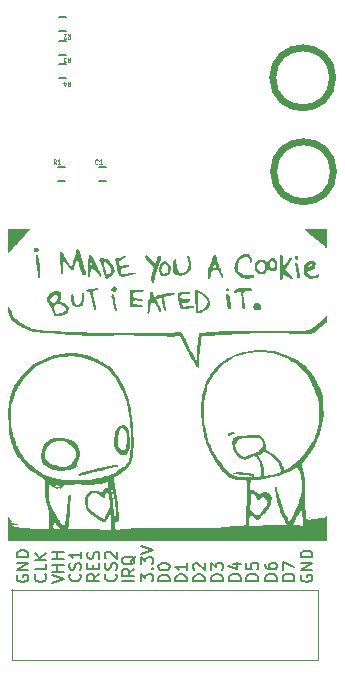
<source format=gto>
G04 #@! TF.GenerationSoftware,KiCad,Pcbnew,8.0.1*
G04 #@! TF.CreationDate,2024-05-20T02:42:40-05:00*
G04 #@! TF.ProjectId,dsi_esp,6473695f-6573-4702-9e6b-696361645f70,1.0*
G04 #@! TF.SameCoordinates,Original*
G04 #@! TF.FileFunction,Legend,Top*
G04 #@! TF.FilePolarity,Positive*
%FSLAX46Y46*%
G04 Gerber Fmt 4.6, Leading zero omitted, Abs format (unit mm)*
G04 Created by KiCad (PCBNEW 8.0.1) date 2024-05-20 02:42:40*
%MOMM*%
%LPD*%
G01*
G04 APERTURE LIST*
%ADD10C,0.150000*%
%ADD11C,0.032512*%
%ADD12C,0.120000*%
%ADD13C,0.152400*%
%ADD14C,0.609600*%
%ADD15C,0.000000*%
G04 APERTURE END LIST*
D10*
X119881618Y-93353850D02*
X120881618Y-93020517D01*
X120881618Y-93020517D02*
X119881618Y-92687184D01*
X120881618Y-92353850D02*
X119881618Y-92353850D01*
X120357808Y-92353850D02*
X120357808Y-91782422D01*
X120881618Y-91782422D02*
X119881618Y-91782422D01*
X120881618Y-91306231D02*
X119881618Y-91306231D01*
X120357808Y-91306231D02*
X120357808Y-90734803D01*
X120881618Y-90734803D02*
X119881618Y-90734803D01*
X134384818Y-93140993D02*
X133384818Y-93140993D01*
X133384818Y-93140993D02*
X133384818Y-92902898D01*
X133384818Y-92902898D02*
X133432437Y-92760041D01*
X133432437Y-92760041D02*
X133527675Y-92664803D01*
X133527675Y-92664803D02*
X133622913Y-92617184D01*
X133622913Y-92617184D02*
X133813389Y-92569565D01*
X133813389Y-92569565D02*
X133956246Y-92569565D01*
X133956246Y-92569565D02*
X134146722Y-92617184D01*
X134146722Y-92617184D02*
X134241960Y-92664803D01*
X134241960Y-92664803D02*
X134337199Y-92760041D01*
X134337199Y-92760041D02*
X134384818Y-92902898D01*
X134384818Y-92902898D02*
X134384818Y-93140993D01*
X133384818Y-92236231D02*
X133384818Y-91617184D01*
X133384818Y-91617184D02*
X133765770Y-91950517D01*
X133765770Y-91950517D02*
X133765770Y-91807660D01*
X133765770Y-91807660D02*
X133813389Y-91712422D01*
X133813389Y-91712422D02*
X133861008Y-91664803D01*
X133861008Y-91664803D02*
X133956246Y-91617184D01*
X133956246Y-91617184D02*
X134194341Y-91617184D01*
X134194341Y-91617184D02*
X134289579Y-91664803D01*
X134289579Y-91664803D02*
X134337199Y-91712422D01*
X134337199Y-91712422D02*
X134384818Y-91807660D01*
X134384818Y-91807660D02*
X134384818Y-92093374D01*
X134384818Y-92093374D02*
X134337199Y-92188612D01*
X134337199Y-92188612D02*
X134289579Y-92236231D01*
X122264579Y-92570756D02*
X122312199Y-92618375D01*
X122312199Y-92618375D02*
X122359818Y-92761232D01*
X122359818Y-92761232D02*
X122359818Y-92856470D01*
X122359818Y-92856470D02*
X122312199Y-92999327D01*
X122312199Y-92999327D02*
X122216960Y-93094565D01*
X122216960Y-93094565D02*
X122121722Y-93142184D01*
X122121722Y-93142184D02*
X121931246Y-93189803D01*
X121931246Y-93189803D02*
X121788389Y-93189803D01*
X121788389Y-93189803D02*
X121597913Y-93142184D01*
X121597913Y-93142184D02*
X121502675Y-93094565D01*
X121502675Y-93094565D02*
X121407437Y-92999327D01*
X121407437Y-92999327D02*
X121359818Y-92856470D01*
X121359818Y-92856470D02*
X121359818Y-92761232D01*
X121359818Y-92761232D02*
X121407437Y-92618375D01*
X121407437Y-92618375D02*
X121455056Y-92570756D01*
X122312199Y-92189803D02*
X122359818Y-92046946D01*
X122359818Y-92046946D02*
X122359818Y-91808851D01*
X122359818Y-91808851D02*
X122312199Y-91713613D01*
X122312199Y-91713613D02*
X122264579Y-91665994D01*
X122264579Y-91665994D02*
X122169341Y-91618375D01*
X122169341Y-91618375D02*
X122074103Y-91618375D01*
X122074103Y-91618375D02*
X121978865Y-91665994D01*
X121978865Y-91665994D02*
X121931246Y-91713613D01*
X121931246Y-91713613D02*
X121883627Y-91808851D01*
X121883627Y-91808851D02*
X121836008Y-91999327D01*
X121836008Y-91999327D02*
X121788389Y-92094565D01*
X121788389Y-92094565D02*
X121740770Y-92142184D01*
X121740770Y-92142184D02*
X121645532Y-92189803D01*
X121645532Y-92189803D02*
X121550294Y-92189803D01*
X121550294Y-92189803D02*
X121455056Y-92142184D01*
X121455056Y-92142184D02*
X121407437Y-92094565D01*
X121407437Y-92094565D02*
X121359818Y-91999327D01*
X121359818Y-91999327D02*
X121359818Y-91761232D01*
X121359818Y-91761232D02*
X121407437Y-91618375D01*
X122359818Y-90665994D02*
X122359818Y-91237422D01*
X122359818Y-90951708D02*
X121359818Y-90951708D01*
X121359818Y-90951708D02*
X121502675Y-91046946D01*
X121502675Y-91046946D02*
X121597913Y-91142184D01*
X121597913Y-91142184D02*
X121645532Y-91237422D01*
X131334818Y-93165993D02*
X130334818Y-93165993D01*
X130334818Y-93165993D02*
X130334818Y-92927898D01*
X130334818Y-92927898D02*
X130382437Y-92785041D01*
X130382437Y-92785041D02*
X130477675Y-92689803D01*
X130477675Y-92689803D02*
X130572913Y-92642184D01*
X130572913Y-92642184D02*
X130763389Y-92594565D01*
X130763389Y-92594565D02*
X130906246Y-92594565D01*
X130906246Y-92594565D02*
X131096722Y-92642184D01*
X131096722Y-92642184D02*
X131191960Y-92689803D01*
X131191960Y-92689803D02*
X131287199Y-92785041D01*
X131287199Y-92785041D02*
X131334818Y-92927898D01*
X131334818Y-92927898D02*
X131334818Y-93165993D01*
X131334818Y-91642184D02*
X131334818Y-92213612D01*
X131334818Y-91927898D02*
X130334818Y-91927898D01*
X130334818Y-91927898D02*
X130477675Y-92023136D01*
X130477675Y-92023136D02*
X130572913Y-92118374D01*
X130572913Y-92118374D02*
X130620532Y-92213612D01*
X119339579Y-92598137D02*
X119387199Y-92645756D01*
X119387199Y-92645756D02*
X119434818Y-92788613D01*
X119434818Y-92788613D02*
X119434818Y-92883851D01*
X119434818Y-92883851D02*
X119387199Y-93026708D01*
X119387199Y-93026708D02*
X119291960Y-93121946D01*
X119291960Y-93121946D02*
X119196722Y-93169565D01*
X119196722Y-93169565D02*
X119006246Y-93217184D01*
X119006246Y-93217184D02*
X118863389Y-93217184D01*
X118863389Y-93217184D02*
X118672913Y-93169565D01*
X118672913Y-93169565D02*
X118577675Y-93121946D01*
X118577675Y-93121946D02*
X118482437Y-93026708D01*
X118482437Y-93026708D02*
X118434818Y-92883851D01*
X118434818Y-92883851D02*
X118434818Y-92788613D01*
X118434818Y-92788613D02*
X118482437Y-92645756D01*
X118482437Y-92645756D02*
X118530056Y-92598137D01*
X119434818Y-91693375D02*
X119434818Y-92169565D01*
X119434818Y-92169565D02*
X118434818Y-92169565D01*
X119434818Y-91360041D02*
X118434818Y-91360041D01*
X119434818Y-90788613D02*
X118863389Y-91217184D01*
X118434818Y-90788613D02*
X119006246Y-91360041D01*
X138934818Y-93115993D02*
X137934818Y-93115993D01*
X137934818Y-93115993D02*
X137934818Y-92877898D01*
X137934818Y-92877898D02*
X137982437Y-92735041D01*
X137982437Y-92735041D02*
X138077675Y-92639803D01*
X138077675Y-92639803D02*
X138172913Y-92592184D01*
X138172913Y-92592184D02*
X138363389Y-92544565D01*
X138363389Y-92544565D02*
X138506246Y-92544565D01*
X138506246Y-92544565D02*
X138696722Y-92592184D01*
X138696722Y-92592184D02*
X138791960Y-92639803D01*
X138791960Y-92639803D02*
X138887199Y-92735041D01*
X138887199Y-92735041D02*
X138934818Y-92877898D01*
X138934818Y-92877898D02*
X138934818Y-93115993D01*
X137934818Y-91687422D02*
X137934818Y-91877898D01*
X137934818Y-91877898D02*
X137982437Y-91973136D01*
X137982437Y-91973136D02*
X138030056Y-92020755D01*
X138030056Y-92020755D02*
X138172913Y-92115993D01*
X138172913Y-92115993D02*
X138363389Y-92163612D01*
X138363389Y-92163612D02*
X138744341Y-92163612D01*
X138744341Y-92163612D02*
X138839579Y-92115993D01*
X138839579Y-92115993D02*
X138887199Y-92068374D01*
X138887199Y-92068374D02*
X138934818Y-91973136D01*
X138934818Y-91973136D02*
X138934818Y-91782660D01*
X138934818Y-91782660D02*
X138887199Y-91687422D01*
X138887199Y-91687422D02*
X138839579Y-91639803D01*
X138839579Y-91639803D02*
X138744341Y-91592184D01*
X138744341Y-91592184D02*
X138506246Y-91592184D01*
X138506246Y-91592184D02*
X138411008Y-91639803D01*
X138411008Y-91639803D02*
X138363389Y-91687422D01*
X138363389Y-91687422D02*
X138315770Y-91782660D01*
X138315770Y-91782660D02*
X138315770Y-91973136D01*
X138315770Y-91973136D02*
X138363389Y-92068374D01*
X138363389Y-92068374D02*
X138411008Y-92115993D01*
X138411008Y-92115993D02*
X138506246Y-92163612D01*
X127434818Y-93179088D02*
X127434818Y-92560041D01*
X127434818Y-92560041D02*
X127815770Y-92893374D01*
X127815770Y-92893374D02*
X127815770Y-92750517D01*
X127815770Y-92750517D02*
X127863389Y-92655279D01*
X127863389Y-92655279D02*
X127911008Y-92607660D01*
X127911008Y-92607660D02*
X128006246Y-92560041D01*
X128006246Y-92560041D02*
X128244341Y-92560041D01*
X128244341Y-92560041D02*
X128339579Y-92607660D01*
X128339579Y-92607660D02*
X128387199Y-92655279D01*
X128387199Y-92655279D02*
X128434818Y-92750517D01*
X128434818Y-92750517D02*
X128434818Y-93036231D01*
X128434818Y-93036231D02*
X128387199Y-93131469D01*
X128387199Y-93131469D02*
X128339579Y-93179088D01*
X128339579Y-92131469D02*
X128387199Y-92083850D01*
X128387199Y-92083850D02*
X128434818Y-92131469D01*
X128434818Y-92131469D02*
X128387199Y-92179088D01*
X128387199Y-92179088D02*
X128339579Y-92131469D01*
X128339579Y-92131469D02*
X128434818Y-92131469D01*
X127434818Y-91750517D02*
X127434818Y-91131470D01*
X127434818Y-91131470D02*
X127815770Y-91464803D01*
X127815770Y-91464803D02*
X127815770Y-91321946D01*
X127815770Y-91321946D02*
X127863389Y-91226708D01*
X127863389Y-91226708D02*
X127911008Y-91179089D01*
X127911008Y-91179089D02*
X128006246Y-91131470D01*
X128006246Y-91131470D02*
X128244341Y-91131470D01*
X128244341Y-91131470D02*
X128339579Y-91179089D01*
X128339579Y-91179089D02*
X128387199Y-91226708D01*
X128387199Y-91226708D02*
X128434818Y-91321946D01*
X128434818Y-91321946D02*
X128434818Y-91607660D01*
X128434818Y-91607660D02*
X128387199Y-91702898D01*
X128387199Y-91702898D02*
X128339579Y-91750517D01*
X127434818Y-90845755D02*
X128434818Y-90512422D01*
X128434818Y-90512422D02*
X127434818Y-90179089D01*
X125289579Y-92570756D02*
X125337199Y-92618375D01*
X125337199Y-92618375D02*
X125384818Y-92761232D01*
X125384818Y-92761232D02*
X125384818Y-92856470D01*
X125384818Y-92856470D02*
X125337199Y-92999327D01*
X125337199Y-92999327D02*
X125241960Y-93094565D01*
X125241960Y-93094565D02*
X125146722Y-93142184D01*
X125146722Y-93142184D02*
X124956246Y-93189803D01*
X124956246Y-93189803D02*
X124813389Y-93189803D01*
X124813389Y-93189803D02*
X124622913Y-93142184D01*
X124622913Y-93142184D02*
X124527675Y-93094565D01*
X124527675Y-93094565D02*
X124432437Y-92999327D01*
X124432437Y-92999327D02*
X124384818Y-92856470D01*
X124384818Y-92856470D02*
X124384818Y-92761232D01*
X124384818Y-92761232D02*
X124432437Y-92618375D01*
X124432437Y-92618375D02*
X124480056Y-92570756D01*
X125337199Y-92189803D02*
X125384818Y-92046946D01*
X125384818Y-92046946D02*
X125384818Y-91808851D01*
X125384818Y-91808851D02*
X125337199Y-91713613D01*
X125337199Y-91713613D02*
X125289579Y-91665994D01*
X125289579Y-91665994D02*
X125194341Y-91618375D01*
X125194341Y-91618375D02*
X125099103Y-91618375D01*
X125099103Y-91618375D02*
X125003865Y-91665994D01*
X125003865Y-91665994D02*
X124956246Y-91713613D01*
X124956246Y-91713613D02*
X124908627Y-91808851D01*
X124908627Y-91808851D02*
X124861008Y-91999327D01*
X124861008Y-91999327D02*
X124813389Y-92094565D01*
X124813389Y-92094565D02*
X124765770Y-92142184D01*
X124765770Y-92142184D02*
X124670532Y-92189803D01*
X124670532Y-92189803D02*
X124575294Y-92189803D01*
X124575294Y-92189803D02*
X124480056Y-92142184D01*
X124480056Y-92142184D02*
X124432437Y-92094565D01*
X124432437Y-92094565D02*
X124384818Y-91999327D01*
X124384818Y-91999327D02*
X124384818Y-91761232D01*
X124384818Y-91761232D02*
X124432437Y-91618375D01*
X124480056Y-91237422D02*
X124432437Y-91189803D01*
X124432437Y-91189803D02*
X124384818Y-91094565D01*
X124384818Y-91094565D02*
X124384818Y-90856470D01*
X124384818Y-90856470D02*
X124432437Y-90761232D01*
X124432437Y-90761232D02*
X124480056Y-90713613D01*
X124480056Y-90713613D02*
X124575294Y-90665994D01*
X124575294Y-90665994D02*
X124670532Y-90665994D01*
X124670532Y-90665994D02*
X124813389Y-90713613D01*
X124813389Y-90713613D02*
X125384818Y-91285041D01*
X125384818Y-91285041D02*
X125384818Y-90665994D01*
X141007437Y-92671303D02*
X140959818Y-92766541D01*
X140959818Y-92766541D02*
X140959818Y-92909398D01*
X140959818Y-92909398D02*
X141007437Y-93052255D01*
X141007437Y-93052255D02*
X141102675Y-93147493D01*
X141102675Y-93147493D02*
X141197913Y-93195112D01*
X141197913Y-93195112D02*
X141388389Y-93242731D01*
X141388389Y-93242731D02*
X141531246Y-93242731D01*
X141531246Y-93242731D02*
X141721722Y-93195112D01*
X141721722Y-93195112D02*
X141816960Y-93147493D01*
X141816960Y-93147493D02*
X141912199Y-93052255D01*
X141912199Y-93052255D02*
X141959818Y-92909398D01*
X141959818Y-92909398D02*
X141959818Y-92814160D01*
X141959818Y-92814160D02*
X141912199Y-92671303D01*
X141912199Y-92671303D02*
X141864579Y-92623684D01*
X141864579Y-92623684D02*
X141531246Y-92623684D01*
X141531246Y-92623684D02*
X141531246Y-92814160D01*
X141959818Y-92195112D02*
X140959818Y-92195112D01*
X140959818Y-92195112D02*
X141959818Y-91623684D01*
X141959818Y-91623684D02*
X140959818Y-91623684D01*
X141959818Y-91147493D02*
X140959818Y-91147493D01*
X140959818Y-91147493D02*
X140959818Y-90909398D01*
X140959818Y-90909398D02*
X141007437Y-90766541D01*
X141007437Y-90766541D02*
X141102675Y-90671303D01*
X141102675Y-90671303D02*
X141197913Y-90623684D01*
X141197913Y-90623684D02*
X141388389Y-90576065D01*
X141388389Y-90576065D02*
X141531246Y-90576065D01*
X141531246Y-90576065D02*
X141721722Y-90623684D01*
X141721722Y-90623684D02*
X141816960Y-90671303D01*
X141816960Y-90671303D02*
X141912199Y-90766541D01*
X141912199Y-90766541D02*
X141959818Y-90909398D01*
X141959818Y-90909398D02*
X141959818Y-91147493D01*
X126859818Y-93176707D02*
X125859818Y-93176707D01*
X126859818Y-92129089D02*
X126383627Y-92462422D01*
X126859818Y-92700517D02*
X125859818Y-92700517D01*
X125859818Y-92700517D02*
X125859818Y-92319565D01*
X125859818Y-92319565D02*
X125907437Y-92224327D01*
X125907437Y-92224327D02*
X125955056Y-92176708D01*
X125955056Y-92176708D02*
X126050294Y-92129089D01*
X126050294Y-92129089D02*
X126193151Y-92129089D01*
X126193151Y-92129089D02*
X126288389Y-92176708D01*
X126288389Y-92176708D02*
X126336008Y-92224327D01*
X126336008Y-92224327D02*
X126383627Y-92319565D01*
X126383627Y-92319565D02*
X126383627Y-92700517D01*
X126955056Y-91033851D02*
X126907437Y-91129089D01*
X126907437Y-91129089D02*
X126812199Y-91224327D01*
X126812199Y-91224327D02*
X126669341Y-91367184D01*
X126669341Y-91367184D02*
X126621722Y-91462422D01*
X126621722Y-91462422D02*
X126621722Y-91557660D01*
X126859818Y-91510041D02*
X126812199Y-91605279D01*
X126812199Y-91605279D02*
X126716960Y-91700517D01*
X126716960Y-91700517D02*
X126526484Y-91748136D01*
X126526484Y-91748136D02*
X126193151Y-91748136D01*
X126193151Y-91748136D02*
X126002675Y-91700517D01*
X126002675Y-91700517D02*
X125907437Y-91605279D01*
X125907437Y-91605279D02*
X125859818Y-91510041D01*
X125859818Y-91510041D02*
X125859818Y-91319565D01*
X125859818Y-91319565D02*
X125907437Y-91224327D01*
X125907437Y-91224327D02*
X126002675Y-91129089D01*
X126002675Y-91129089D02*
X126193151Y-91081470D01*
X126193151Y-91081470D02*
X126526484Y-91081470D01*
X126526484Y-91081470D02*
X126716960Y-91129089D01*
X126716960Y-91129089D02*
X126812199Y-91224327D01*
X126812199Y-91224327D02*
X126859818Y-91319565D01*
X126859818Y-91319565D02*
X126859818Y-91510041D01*
X140434818Y-93115993D02*
X139434818Y-93115993D01*
X139434818Y-93115993D02*
X139434818Y-92877898D01*
X139434818Y-92877898D02*
X139482437Y-92735041D01*
X139482437Y-92735041D02*
X139577675Y-92639803D01*
X139577675Y-92639803D02*
X139672913Y-92592184D01*
X139672913Y-92592184D02*
X139863389Y-92544565D01*
X139863389Y-92544565D02*
X140006246Y-92544565D01*
X140006246Y-92544565D02*
X140196722Y-92592184D01*
X140196722Y-92592184D02*
X140291960Y-92639803D01*
X140291960Y-92639803D02*
X140387199Y-92735041D01*
X140387199Y-92735041D02*
X140434818Y-92877898D01*
X140434818Y-92877898D02*
X140434818Y-93115993D01*
X139434818Y-92211231D02*
X139434818Y-91544565D01*
X139434818Y-91544565D02*
X140434818Y-91973136D01*
X137359818Y-93115993D02*
X136359818Y-93115993D01*
X136359818Y-93115993D02*
X136359818Y-92877898D01*
X136359818Y-92877898D02*
X136407437Y-92735041D01*
X136407437Y-92735041D02*
X136502675Y-92639803D01*
X136502675Y-92639803D02*
X136597913Y-92592184D01*
X136597913Y-92592184D02*
X136788389Y-92544565D01*
X136788389Y-92544565D02*
X136931246Y-92544565D01*
X136931246Y-92544565D02*
X137121722Y-92592184D01*
X137121722Y-92592184D02*
X137216960Y-92639803D01*
X137216960Y-92639803D02*
X137312199Y-92735041D01*
X137312199Y-92735041D02*
X137359818Y-92877898D01*
X137359818Y-92877898D02*
X137359818Y-93115993D01*
X136359818Y-91639803D02*
X136359818Y-92115993D01*
X136359818Y-92115993D02*
X136836008Y-92163612D01*
X136836008Y-92163612D02*
X136788389Y-92115993D01*
X136788389Y-92115993D02*
X136740770Y-92020755D01*
X136740770Y-92020755D02*
X136740770Y-91782660D01*
X136740770Y-91782660D02*
X136788389Y-91687422D01*
X136788389Y-91687422D02*
X136836008Y-91639803D01*
X136836008Y-91639803D02*
X136931246Y-91592184D01*
X136931246Y-91592184D02*
X137169341Y-91592184D01*
X137169341Y-91592184D02*
X137264579Y-91639803D01*
X137264579Y-91639803D02*
X137312199Y-91687422D01*
X137312199Y-91687422D02*
X137359818Y-91782660D01*
X137359818Y-91782660D02*
X137359818Y-92020755D01*
X137359818Y-92020755D02*
X137312199Y-92115993D01*
X137312199Y-92115993D02*
X137264579Y-92163612D01*
X116957437Y-92664803D02*
X116909818Y-92760041D01*
X116909818Y-92760041D02*
X116909818Y-92902898D01*
X116909818Y-92902898D02*
X116957437Y-93045755D01*
X116957437Y-93045755D02*
X117052675Y-93140993D01*
X117052675Y-93140993D02*
X117147913Y-93188612D01*
X117147913Y-93188612D02*
X117338389Y-93236231D01*
X117338389Y-93236231D02*
X117481246Y-93236231D01*
X117481246Y-93236231D02*
X117671722Y-93188612D01*
X117671722Y-93188612D02*
X117766960Y-93140993D01*
X117766960Y-93140993D02*
X117862199Y-93045755D01*
X117862199Y-93045755D02*
X117909818Y-92902898D01*
X117909818Y-92902898D02*
X117909818Y-92807660D01*
X117909818Y-92807660D02*
X117862199Y-92664803D01*
X117862199Y-92664803D02*
X117814579Y-92617184D01*
X117814579Y-92617184D02*
X117481246Y-92617184D01*
X117481246Y-92617184D02*
X117481246Y-92807660D01*
X117909818Y-92188612D02*
X116909818Y-92188612D01*
X116909818Y-92188612D02*
X117909818Y-91617184D01*
X117909818Y-91617184D02*
X116909818Y-91617184D01*
X117909818Y-91140993D02*
X116909818Y-91140993D01*
X116909818Y-91140993D02*
X116909818Y-90902898D01*
X116909818Y-90902898D02*
X116957437Y-90760041D01*
X116957437Y-90760041D02*
X117052675Y-90664803D01*
X117052675Y-90664803D02*
X117147913Y-90617184D01*
X117147913Y-90617184D02*
X117338389Y-90569565D01*
X117338389Y-90569565D02*
X117481246Y-90569565D01*
X117481246Y-90569565D02*
X117671722Y-90617184D01*
X117671722Y-90617184D02*
X117766960Y-90664803D01*
X117766960Y-90664803D02*
X117862199Y-90760041D01*
X117862199Y-90760041D02*
X117909818Y-90902898D01*
X117909818Y-90902898D02*
X117909818Y-91140993D01*
X129884818Y-93190993D02*
X128884818Y-93190993D01*
X128884818Y-93190993D02*
X128884818Y-92952898D01*
X128884818Y-92952898D02*
X128932437Y-92810041D01*
X128932437Y-92810041D02*
X129027675Y-92714803D01*
X129027675Y-92714803D02*
X129122913Y-92667184D01*
X129122913Y-92667184D02*
X129313389Y-92619565D01*
X129313389Y-92619565D02*
X129456246Y-92619565D01*
X129456246Y-92619565D02*
X129646722Y-92667184D01*
X129646722Y-92667184D02*
X129741960Y-92714803D01*
X129741960Y-92714803D02*
X129837199Y-92810041D01*
X129837199Y-92810041D02*
X129884818Y-92952898D01*
X129884818Y-92952898D02*
X129884818Y-93190993D01*
X128884818Y-92000517D02*
X128884818Y-91905279D01*
X128884818Y-91905279D02*
X128932437Y-91810041D01*
X128932437Y-91810041D02*
X128980056Y-91762422D01*
X128980056Y-91762422D02*
X129075294Y-91714803D01*
X129075294Y-91714803D02*
X129265770Y-91667184D01*
X129265770Y-91667184D02*
X129503865Y-91667184D01*
X129503865Y-91667184D02*
X129694341Y-91714803D01*
X129694341Y-91714803D02*
X129789579Y-91762422D01*
X129789579Y-91762422D02*
X129837199Y-91810041D01*
X129837199Y-91810041D02*
X129884818Y-91905279D01*
X129884818Y-91905279D02*
X129884818Y-92000517D01*
X129884818Y-92000517D02*
X129837199Y-92095755D01*
X129837199Y-92095755D02*
X129789579Y-92143374D01*
X129789579Y-92143374D02*
X129694341Y-92190993D01*
X129694341Y-92190993D02*
X129503865Y-92238612D01*
X129503865Y-92238612D02*
X129265770Y-92238612D01*
X129265770Y-92238612D02*
X129075294Y-92190993D01*
X129075294Y-92190993D02*
X128980056Y-92143374D01*
X128980056Y-92143374D02*
X128932437Y-92095755D01*
X128932437Y-92095755D02*
X128884818Y-92000517D01*
X132859818Y-93165993D02*
X131859818Y-93165993D01*
X131859818Y-93165993D02*
X131859818Y-92927898D01*
X131859818Y-92927898D02*
X131907437Y-92785041D01*
X131907437Y-92785041D02*
X132002675Y-92689803D01*
X132002675Y-92689803D02*
X132097913Y-92642184D01*
X132097913Y-92642184D02*
X132288389Y-92594565D01*
X132288389Y-92594565D02*
X132431246Y-92594565D01*
X132431246Y-92594565D02*
X132621722Y-92642184D01*
X132621722Y-92642184D02*
X132716960Y-92689803D01*
X132716960Y-92689803D02*
X132812199Y-92785041D01*
X132812199Y-92785041D02*
X132859818Y-92927898D01*
X132859818Y-92927898D02*
X132859818Y-93165993D01*
X131955056Y-92213612D02*
X131907437Y-92165993D01*
X131907437Y-92165993D02*
X131859818Y-92070755D01*
X131859818Y-92070755D02*
X131859818Y-91832660D01*
X131859818Y-91832660D02*
X131907437Y-91737422D01*
X131907437Y-91737422D02*
X131955056Y-91689803D01*
X131955056Y-91689803D02*
X132050294Y-91642184D01*
X132050294Y-91642184D02*
X132145532Y-91642184D01*
X132145532Y-91642184D02*
X132288389Y-91689803D01*
X132288389Y-91689803D02*
X132859818Y-92261231D01*
X132859818Y-92261231D02*
X132859818Y-91642184D01*
X135884818Y-93115993D02*
X134884818Y-93115993D01*
X134884818Y-93115993D02*
X134884818Y-92877898D01*
X134884818Y-92877898D02*
X134932437Y-92735041D01*
X134932437Y-92735041D02*
X135027675Y-92639803D01*
X135027675Y-92639803D02*
X135122913Y-92592184D01*
X135122913Y-92592184D02*
X135313389Y-92544565D01*
X135313389Y-92544565D02*
X135456246Y-92544565D01*
X135456246Y-92544565D02*
X135646722Y-92592184D01*
X135646722Y-92592184D02*
X135741960Y-92639803D01*
X135741960Y-92639803D02*
X135837199Y-92735041D01*
X135837199Y-92735041D02*
X135884818Y-92877898D01*
X135884818Y-92877898D02*
X135884818Y-93115993D01*
X135218151Y-91687422D02*
X135884818Y-91687422D01*
X134837199Y-91925517D02*
X135551484Y-92163612D01*
X135551484Y-92163612D02*
X135551484Y-91544565D01*
X123909818Y-92546946D02*
X123433627Y-92880279D01*
X123909818Y-93118374D02*
X122909818Y-93118374D01*
X122909818Y-93118374D02*
X122909818Y-92737422D01*
X122909818Y-92737422D02*
X122957437Y-92642184D01*
X122957437Y-92642184D02*
X123005056Y-92594565D01*
X123005056Y-92594565D02*
X123100294Y-92546946D01*
X123100294Y-92546946D02*
X123243151Y-92546946D01*
X123243151Y-92546946D02*
X123338389Y-92594565D01*
X123338389Y-92594565D02*
X123386008Y-92642184D01*
X123386008Y-92642184D02*
X123433627Y-92737422D01*
X123433627Y-92737422D02*
X123433627Y-93118374D01*
X123386008Y-92118374D02*
X123386008Y-91785041D01*
X123909818Y-91642184D02*
X123909818Y-92118374D01*
X123909818Y-92118374D02*
X122909818Y-92118374D01*
X122909818Y-92118374D02*
X122909818Y-91642184D01*
X123862199Y-91261231D02*
X123909818Y-91118374D01*
X123909818Y-91118374D02*
X123909818Y-90880279D01*
X123909818Y-90880279D02*
X123862199Y-90785041D01*
X123862199Y-90785041D02*
X123814579Y-90737422D01*
X123814579Y-90737422D02*
X123719341Y-90689803D01*
X123719341Y-90689803D02*
X123624103Y-90689803D01*
X123624103Y-90689803D02*
X123528865Y-90737422D01*
X123528865Y-90737422D02*
X123481246Y-90785041D01*
X123481246Y-90785041D02*
X123433627Y-90880279D01*
X123433627Y-90880279D02*
X123386008Y-91070755D01*
X123386008Y-91070755D02*
X123338389Y-91165993D01*
X123338389Y-91165993D02*
X123290770Y-91213612D01*
X123290770Y-91213612D02*
X123195532Y-91261231D01*
X123195532Y-91261231D02*
X123100294Y-91261231D01*
X123100294Y-91261231D02*
X123005056Y-91213612D01*
X123005056Y-91213612D02*
X122957437Y-91165993D01*
X122957437Y-91165993D02*
X122909818Y-91070755D01*
X122909818Y-91070755D02*
X122909818Y-90832660D01*
X122909818Y-90832660D02*
X122957437Y-90689803D01*
D11*
X121237939Y-48872946D02*
X121362569Y-49050988D01*
X121451590Y-48872946D02*
X121451590Y-49246834D01*
X121451590Y-49246834D02*
X121309156Y-49246834D01*
X121309156Y-49246834D02*
X121273548Y-49229030D01*
X121273548Y-49229030D02*
X121255743Y-49211226D01*
X121255743Y-49211226D02*
X121237939Y-49175618D01*
X121237939Y-49175618D02*
X121237939Y-49122205D01*
X121237939Y-49122205D02*
X121255743Y-49086597D01*
X121255743Y-49086597D02*
X121273548Y-49068792D01*
X121273548Y-49068792D02*
X121309156Y-49050988D01*
X121309156Y-49050988D02*
X121451590Y-49050988D01*
X121113310Y-49246834D02*
X120881855Y-49246834D01*
X120881855Y-49246834D02*
X121006485Y-49104401D01*
X121006485Y-49104401D02*
X120953072Y-49104401D01*
X120953072Y-49104401D02*
X120917464Y-49086597D01*
X120917464Y-49086597D02*
X120899660Y-49068792D01*
X120899660Y-49068792D02*
X120881855Y-49033184D01*
X120881855Y-49033184D02*
X120881855Y-48944163D01*
X120881855Y-48944163D02*
X120899660Y-48908555D01*
X120899660Y-48908555D02*
X120917464Y-48890751D01*
X120917464Y-48890751D02*
X120953072Y-48872946D01*
X120953072Y-48872946D02*
X121059897Y-48872946D01*
X121059897Y-48872946D02*
X121095506Y-48890751D01*
X121095506Y-48890751D02*
X121113310Y-48908555D01*
X123762060Y-57791444D02*
X123744256Y-57809249D01*
X123744256Y-57809249D02*
X123690843Y-57827053D01*
X123690843Y-57827053D02*
X123655235Y-57827053D01*
X123655235Y-57827053D02*
X123601822Y-57809249D01*
X123601822Y-57809249D02*
X123566214Y-57773640D01*
X123566214Y-57773640D02*
X123548409Y-57738032D01*
X123548409Y-57738032D02*
X123530605Y-57666815D01*
X123530605Y-57666815D02*
X123530605Y-57613402D01*
X123530605Y-57613402D02*
X123548409Y-57542186D01*
X123548409Y-57542186D02*
X123566214Y-57506577D01*
X123566214Y-57506577D02*
X123601822Y-57470969D01*
X123601822Y-57470969D02*
X123655235Y-57453165D01*
X123655235Y-57453165D02*
X123690843Y-57453165D01*
X123690843Y-57453165D02*
X123744256Y-57470969D01*
X123744256Y-57470969D02*
X123762060Y-57488773D01*
X124118144Y-57827053D02*
X123904493Y-57827053D01*
X124011318Y-57827053D02*
X124011318Y-57453165D01*
X124011318Y-57453165D02*
X123975710Y-57506577D01*
X123975710Y-57506577D02*
X123940102Y-57542186D01*
X123940102Y-57542186D02*
X123904493Y-57559990D01*
X121237939Y-46872946D02*
X121362569Y-47050988D01*
X121451590Y-46872946D02*
X121451590Y-47246834D01*
X121451590Y-47246834D02*
X121309156Y-47246834D01*
X121309156Y-47246834D02*
X121273548Y-47229030D01*
X121273548Y-47229030D02*
X121255743Y-47211226D01*
X121255743Y-47211226D02*
X121237939Y-47175618D01*
X121237939Y-47175618D02*
X121237939Y-47122205D01*
X121237939Y-47122205D02*
X121255743Y-47086597D01*
X121255743Y-47086597D02*
X121273548Y-47068792D01*
X121273548Y-47068792D02*
X121309156Y-47050988D01*
X121309156Y-47050988D02*
X121451590Y-47050988D01*
X121095506Y-47211226D02*
X121077702Y-47229030D01*
X121077702Y-47229030D02*
X121042093Y-47246834D01*
X121042093Y-47246834D02*
X120953072Y-47246834D01*
X120953072Y-47246834D02*
X120917464Y-47229030D01*
X120917464Y-47229030D02*
X120899660Y-47211226D01*
X120899660Y-47211226D02*
X120881855Y-47175618D01*
X120881855Y-47175618D02*
X120881855Y-47140009D01*
X120881855Y-47140009D02*
X120899660Y-47086597D01*
X120899660Y-47086597D02*
X121113310Y-46872946D01*
X121113310Y-46872946D02*
X120881855Y-46872946D01*
X121237939Y-50872946D02*
X121362569Y-51050988D01*
X121451590Y-50872946D02*
X121451590Y-51246834D01*
X121451590Y-51246834D02*
X121309156Y-51246834D01*
X121309156Y-51246834D02*
X121273548Y-51229030D01*
X121273548Y-51229030D02*
X121255743Y-51211226D01*
X121255743Y-51211226D02*
X121237939Y-51175618D01*
X121237939Y-51175618D02*
X121237939Y-51122205D01*
X121237939Y-51122205D02*
X121255743Y-51086597D01*
X121255743Y-51086597D02*
X121273548Y-51068792D01*
X121273548Y-51068792D02*
X121309156Y-51050988D01*
X121309156Y-51050988D02*
X121451590Y-51050988D01*
X120917464Y-51122205D02*
X120917464Y-50872946D01*
X121006485Y-51264639D02*
X121095506Y-50997576D01*
X121095506Y-50997576D02*
X120864051Y-50997576D01*
X120262060Y-57827053D02*
X120137430Y-57649011D01*
X120048409Y-57827053D02*
X120048409Y-57453165D01*
X120048409Y-57453165D02*
X120190843Y-57453165D01*
X120190843Y-57453165D02*
X120226451Y-57470969D01*
X120226451Y-57470969D02*
X120244256Y-57488773D01*
X120244256Y-57488773D02*
X120262060Y-57524381D01*
X120262060Y-57524381D02*
X120262060Y-57577794D01*
X120262060Y-57577794D02*
X120244256Y-57613402D01*
X120244256Y-57613402D02*
X120226451Y-57631207D01*
X120226451Y-57631207D02*
X120190843Y-57649011D01*
X120190843Y-57649011D02*
X120048409Y-57649011D01*
X120618144Y-57827053D02*
X120404493Y-57827053D01*
X120511318Y-57827053D02*
X120511318Y-57453165D01*
X120511318Y-57453165D02*
X120475710Y-57506577D01*
X120475710Y-57506577D02*
X120440102Y-57542186D01*
X120440102Y-57542186D02*
X120404493Y-57559990D01*
D12*
X116500000Y-93857900D02*
X116500000Y-99857900D01*
X116500000Y-99857900D02*
X142450000Y-99857900D01*
X142450000Y-93907900D02*
X116450000Y-93907900D01*
X142450000Y-99857900D02*
X142450000Y-93907900D01*
D13*
X121100000Y-47400000D02*
X120500000Y-47400000D01*
X121100000Y-48600000D02*
X120500000Y-48600000D01*
D14*
X143740000Y-58500000D02*
G75*
G02*
X138660000Y-58500000I-2540000J0D01*
G01*
X138660000Y-58500000D02*
G75*
G02*
X143740000Y-58500000I2540000J0D01*
G01*
X143670000Y-50552900D02*
G75*
G02*
X138590000Y-50552900I-2540000J0D01*
G01*
X138590000Y-50552900D02*
G75*
G02*
X143670000Y-50552900I2540000J0D01*
G01*
D15*
G36*
X117253156Y-88561628D02*
G01*
X117232059Y-88582724D01*
X117210963Y-88561628D01*
X117232059Y-88540531D01*
X117253156Y-88561628D01*
G37*
G36*
X141598339Y-87717774D02*
G01*
X141577242Y-87738870D01*
X141556146Y-87717774D01*
X141577242Y-87696678D01*
X141598339Y-87717774D01*
G37*
G36*
X120234773Y-88428018D02*
G01*
X120228981Y-88453101D01*
X120206644Y-88456146D01*
X120171915Y-88440708D01*
X120178516Y-88428018D01*
X120228589Y-88422968D01*
X120234773Y-88428018D01*
G37*
G36*
X141542082Y-87921705D02*
G01*
X141547131Y-87971778D01*
X141542082Y-87977962D01*
X141516998Y-87972170D01*
X141513953Y-87949834D01*
X141529391Y-87915104D01*
X141542082Y-87921705D01*
G37*
G36*
X141710667Y-87728322D02*
G01*
X141716240Y-87814705D01*
X141710667Y-87833804D01*
X141695267Y-87839104D01*
X141689386Y-87781063D01*
X141696017Y-87721165D01*
X141710667Y-87728322D01*
G37*
G36*
X142934440Y-87710742D02*
G01*
X142928649Y-87735825D01*
X142906312Y-87738870D01*
X142871583Y-87723433D01*
X142878183Y-87710742D01*
X142928256Y-87705692D01*
X142934440Y-87710742D01*
G37*
G36*
X122103814Y-83429768D02*
G01*
X122064850Y-83482424D01*
X122046802Y-83490834D01*
X122005653Y-83485835D01*
X122009406Y-83432534D01*
X122041777Y-83376902D01*
X122067919Y-83374891D01*
X122103814Y-83429768D01*
G37*
G36*
X116268220Y-87722526D02*
G01*
X116261628Y-87738870D01*
X116223713Y-87779121D01*
X116216945Y-87781063D01*
X116198822Y-87748419D01*
X116198339Y-87738870D01*
X116230774Y-87698299D01*
X116243021Y-87696678D01*
X116268220Y-87722526D01*
G37*
G36*
X134880002Y-68398690D02*
G01*
X134891144Y-68417315D01*
X134909509Y-68518696D01*
X134856802Y-68593854D01*
X134745867Y-68625448D01*
X134736860Y-68625581D01*
X134658535Y-68605342D01*
X134636554Y-68531069D01*
X134636544Y-68528538D01*
X134662571Y-68414057D01*
X134726237Y-68347959D01*
X134805921Y-68339688D01*
X134880002Y-68398690D01*
G37*
G36*
X118667455Y-64964939D02*
G01*
X118767755Y-65025054D01*
X118788187Y-65049453D01*
X118802069Y-65132263D01*
X118753650Y-65207348D01*
X118664954Y-65263775D01*
X118558003Y-65290614D01*
X118454822Y-65276934D01*
X118400797Y-65241727D01*
X118357149Y-65156029D01*
X118352931Y-65051892D01*
X118385356Y-64965875D01*
X118424003Y-64937232D01*
X118539032Y-64931401D01*
X118667455Y-64964939D01*
G37*
G36*
X140693350Y-65653711D02*
G01*
X140739263Y-65693284D01*
X140749823Y-65787592D01*
X140727094Y-65886373D01*
X140682187Y-65955037D01*
X140651213Y-65967442D01*
X140574147Y-65939693D01*
X140529080Y-65904780D01*
X140483495Y-65820161D01*
X140480645Y-65767654D01*
X140494639Y-65686941D01*
X140498100Y-65661545D01*
X140535278Y-65632386D01*
X140612791Y-65631411D01*
X140693350Y-65653711D01*
G37*
G36*
X125212518Y-68211040D02*
G01*
X125321453Y-68259512D01*
X125381769Y-68359069D01*
X125383626Y-68485847D01*
X125355963Y-68558910D01*
X125287276Y-68654866D01*
X125205755Y-68683368D01*
X125085976Y-68651922D01*
X125067142Y-68644190D01*
X124970541Y-68587185D01*
X124934712Y-68509032D01*
X124932226Y-68465387D01*
X124968338Y-68329457D01*
X125063413Y-68238219D01*
X125197557Y-68209725D01*
X125212518Y-68211040D01*
G37*
G36*
X135346913Y-80574200D02*
G01*
X135395008Y-80599259D01*
X135396013Y-80604953D01*
X135359666Y-80640235D01*
X135272123Y-80671002D01*
X135270836Y-80671287D01*
X135153894Y-80713503D01*
X135022321Y-80783324D01*
X134994710Y-80801217D01*
X134887355Y-80871638D01*
X134828568Y-80897410D01*
X134797771Y-80882257D01*
X134778381Y-80840365D01*
X134772165Y-80736648D01*
X134844471Y-80657944D01*
X134961205Y-80611168D01*
X135107036Y-80580483D01*
X135243264Y-80568051D01*
X135346913Y-80574200D01*
G37*
G36*
X137387260Y-69628672D02*
G01*
X137500996Y-69712542D01*
X137573435Y-69837796D01*
X137588691Y-69942185D01*
X137564981Y-70095234D01*
X137490703Y-70186579D01*
X137355716Y-70225729D01*
X137282926Y-70228903D01*
X137157644Y-70221740D01*
X137081052Y-70188317D01*
X137017870Y-70110740D01*
X137002776Y-70086797D01*
X136933885Y-69953862D01*
X136923083Y-69851832D01*
X136970339Y-69750433D01*
X137002398Y-69707185D01*
X137117549Y-69617811D01*
X137252640Y-69594367D01*
X137387260Y-69628672D01*
G37*
G36*
X143201661Y-64174252D02*
G01*
X143200023Y-64420398D01*
X143195467Y-64634659D01*
X143188531Y-64803905D01*
X143179754Y-64915001D01*
X143169697Y-64954817D01*
X143127842Y-64928002D01*
X143037267Y-64854934D01*
X142911181Y-64746679D01*
X142762796Y-64614302D01*
X142758318Y-64610237D01*
X142587081Y-64460987D01*
X142370254Y-64281313D01*
X142130913Y-64089844D01*
X141892131Y-63905209D01*
X141791489Y-63829672D01*
X141204074Y-63393688D01*
X142202867Y-63393688D01*
X143201661Y-63393688D01*
X143201661Y-64174252D01*
G37*
G36*
X117732902Y-63685260D02*
G01*
X117576869Y-63842098D01*
X117422212Y-64004806D01*
X117280212Y-64160661D01*
X117162146Y-64296941D01*
X117079296Y-64400925D01*
X117042941Y-64459891D01*
X117042192Y-64464282D01*
X117014139Y-64503736D01*
X116938278Y-64588732D01*
X116827052Y-64705730D01*
X116725747Y-64808504D01*
X116595742Y-64941467D01*
X116491635Y-65053575D01*
X116425907Y-65131032D01*
X116409302Y-65158264D01*
X116386257Y-65210223D01*
X116328585Y-65300051D01*
X116303820Y-65334551D01*
X116198339Y-65477524D01*
X116198339Y-64435606D01*
X116198339Y-63393688D01*
X117114620Y-63393688D01*
X118030901Y-63393688D01*
X117732902Y-63685260D01*
G37*
G36*
X140652903Y-66210931D02*
G01*
X140708851Y-66315830D01*
X140711673Y-66324204D01*
X140738838Y-66428446D01*
X140770706Y-66583813D01*
X140804201Y-66770519D01*
X140836250Y-66968777D01*
X140863780Y-67158803D01*
X140883715Y-67320808D01*
X140892983Y-67435009D01*
X140890913Y-67477924D01*
X140840733Y-67520239D01*
X140762033Y-67524322D01*
X140700977Y-67490663D01*
X140693701Y-67475830D01*
X140680912Y-67413826D01*
X140658863Y-67287991D01*
X140630681Y-67117964D01*
X140599493Y-66923387D01*
X140568427Y-66723898D01*
X140540608Y-66539139D01*
X140519166Y-66388750D01*
X140512317Y-66336628D01*
X140505335Y-66232480D01*
X140526312Y-66187494D01*
X140578010Y-66178405D01*
X140652903Y-66210931D01*
G37*
G36*
X125082195Y-68892924D02*
G01*
X125120239Y-68942523D01*
X125157265Y-69038091D01*
X125196846Y-69190185D01*
X125242560Y-69409362D01*
X125272255Y-69565796D01*
X125309869Y-69767730D01*
X125343921Y-69949404D01*
X125370222Y-70088546D01*
X125383028Y-70155066D01*
X125388856Y-70239686D01*
X125351217Y-70269375D01*
X125324454Y-70271096D01*
X125266817Y-70248155D01*
X125216868Y-70169270D01*
X125173600Y-70049585D01*
X125131083Y-69890623D01*
X125088059Y-69692587D01*
X125056017Y-69511628D01*
X125027319Y-69351787D01*
X124996067Y-69222033D01*
X124968440Y-69147475D01*
X124965311Y-69142990D01*
X124941027Y-69065091D01*
X124955225Y-68971193D01*
X124997592Y-68898004D01*
X125039555Y-68878737D01*
X125082195Y-68892924D01*
G37*
G36*
X136003936Y-83964860D02*
G01*
X136240707Y-83979721D01*
X136469835Y-84001858D01*
X136676137Y-84030404D01*
X136844431Y-84064491D01*
X136959532Y-84103254D01*
X136998639Y-84130556D01*
X137023842Y-84205416D01*
X136999471Y-84277257D01*
X136944993Y-84321124D01*
X136879870Y-84312063D01*
X136866071Y-84300512D01*
X136807986Y-84278163D01*
X136683052Y-84250664D01*
X136508452Y-84220545D01*
X136301374Y-84190336D01*
X136079001Y-84162566D01*
X135858519Y-84139765D01*
X135678963Y-84125773D01*
X135475603Y-84111363D01*
X135343272Y-84096540D01*
X135268649Y-84078418D01*
X135238413Y-84054112D01*
X135236870Y-84030006D01*
X135284100Y-83995494D01*
X135399605Y-83972590D01*
X135568202Y-83960427D01*
X135774707Y-83958139D01*
X136003936Y-83964860D01*
G37*
G36*
X134754598Y-68870906D02*
G01*
X134851559Y-68927697D01*
X134900249Y-68948172D01*
X134960476Y-69008362D01*
X134977441Y-69084074D01*
X134983665Y-69178817D01*
X134997062Y-69327923D01*
X135014946Y-69501948D01*
X135018333Y-69532724D01*
X135044547Y-69766297D01*
X135061282Y-69928939D01*
X135066886Y-70033743D01*
X135059707Y-70093800D01*
X135038095Y-70122200D01*
X135000398Y-70132036D01*
X134944964Y-70136399D01*
X134942151Y-70136665D01*
X134832216Y-70130480D01*
X134787456Y-70094472D01*
X134775626Y-70026850D01*
X134760858Y-69901477D01*
X134746241Y-69744770D01*
X134745502Y-69735749D01*
X134727137Y-69566900D01*
X134702840Y-69417273D01*
X134678227Y-69320418D01*
X134648414Y-69205351D01*
X134631794Y-69069545D01*
X134630054Y-68944239D01*
X134644880Y-68860669D01*
X134652743Y-68848474D01*
X134705975Y-68845634D01*
X134754598Y-68870906D01*
G37*
G36*
X118655391Y-65479547D02*
G01*
X118704213Y-65544803D01*
X118719950Y-65609165D01*
X118733870Y-65707101D01*
X118761461Y-65860223D01*
X118797718Y-66041422D01*
X118813400Y-66115116D01*
X118853312Y-66346075D01*
X118885273Y-66620430D01*
X118904821Y-66897263D01*
X118907735Y-66980066D01*
X118912063Y-67188618D01*
X118911275Y-67327519D01*
X118903186Y-67411453D01*
X118885609Y-67455103D01*
X118856356Y-67473152D01*
X118833645Y-67477610D01*
X118749806Y-67474788D01*
X118717616Y-67460030D01*
X118700732Y-67403960D01*
X118689887Y-67292689D01*
X118687707Y-67207171D01*
X118678748Y-67027835D01*
X118656236Y-66841695D01*
X118645260Y-66781728D01*
X118624784Y-66656651D01*
X118604008Y-66483608D01*
X118584350Y-66281725D01*
X118567226Y-66070132D01*
X118554053Y-65867954D01*
X118546249Y-65694321D01*
X118545230Y-65568359D01*
X118551194Y-65511799D01*
X118596741Y-65464135D01*
X118655391Y-65479547D01*
G37*
G36*
X122582372Y-68790489D02*
G01*
X122600923Y-68933513D01*
X122600804Y-69155672D01*
X122599255Y-69195183D01*
X122581077Y-69440272D01*
X122546716Y-69618271D01*
X122489654Y-69745919D01*
X122403375Y-69839956D01*
X122328298Y-69891127D01*
X122143836Y-69962384D01*
X121954294Y-69955046D01*
X121826753Y-69911441D01*
X121724708Y-69840349D01*
X121638141Y-69714833D01*
X121597613Y-69630082D01*
X121536722Y-69451720D01*
X121503613Y-69269797D01*
X121496987Y-69099780D01*
X121515547Y-68957139D01*
X121557994Y-68857340D01*
X121623031Y-68815853D01*
X121665377Y-68822470D01*
X121700931Y-68864531D01*
X121720162Y-68965104D01*
X121725647Y-69125859D01*
X121751193Y-69396524D01*
X121827202Y-69602326D01*
X121952942Y-69741490D01*
X121988531Y-69763724D01*
X122071581Y-69801879D01*
X122129904Y-69790835D01*
X122202991Y-69723002D01*
X122203574Y-69722387D01*
X122331288Y-69542005D01*
X122422905Y-69322854D01*
X122466854Y-69098697D01*
X122463904Y-68962765D01*
X122454446Y-68813670D01*
X122477900Y-68737171D01*
X122486433Y-68730208D01*
X122544444Y-68723691D01*
X122582372Y-68790489D01*
G37*
G36*
X123770216Y-68387393D02*
G01*
X123788427Y-68410749D01*
X123786032Y-68442151D01*
X123744104Y-68501256D01*
X123636034Y-68544411D01*
X123571183Y-68558815D01*
X123451067Y-68585753D01*
X123392259Y-68619329D01*
X123372892Y-68680440D01*
X123371096Y-68750036D01*
X123382892Y-68880031D01*
X123412996Y-69043044D01*
X123435475Y-69133247D01*
X123482991Y-69319910D01*
X123527519Y-69523729D01*
X123565710Y-69725332D01*
X123594213Y-69905349D01*
X123609677Y-70044410D01*
X123608754Y-70123145D01*
X123607429Y-70127500D01*
X123558597Y-70182399D01*
X123496940Y-70161354D01*
X123461824Y-70112874D01*
X123434544Y-70030501D01*
X123406674Y-69899347D01*
X123392338Y-69806977D01*
X123368815Y-69666964D01*
X123329857Y-69474588D01*
X123281607Y-69259065D01*
X123246706Y-69114517D01*
X123131741Y-68654116D01*
X122924425Y-68650397D01*
X122790780Y-68640178D01*
X122727198Y-68612938D01*
X122717109Y-68585244D01*
X122758424Y-68529473D01*
X122879118Y-68479675D01*
X123074313Y-68437156D01*
X123339130Y-68403219D01*
X123427722Y-68395213D01*
X123605293Y-68381646D01*
X123714314Y-68378365D01*
X123770216Y-68387393D01*
G37*
G36*
X129599173Y-66156621D02*
G01*
X129714095Y-66224728D01*
X129838654Y-66319703D01*
X129913526Y-66417973D01*
X129947072Y-66541977D01*
X129947656Y-66714153D01*
X129938144Y-66825885D01*
X129915554Y-66984271D01*
X129878694Y-67089414D01*
X129814809Y-67172444D01*
X129784215Y-67201578D01*
X129688227Y-67274041D01*
X129586350Y-67307517D01*
X129440422Y-67314345D01*
X129435630Y-67314277D01*
X129299333Y-67308448D01*
X129194545Y-67297229D01*
X129161155Y-67289368D01*
X129077388Y-67213671D01*
X129019849Y-67077703D01*
X128990662Y-66902060D01*
X128991228Y-66816184D01*
X129162038Y-66816184D01*
X129190252Y-66967753D01*
X129211233Y-67015392D01*
X129294152Y-67117172D01*
X129408795Y-67150038D01*
X129566851Y-67116903D01*
X129587721Y-67109229D01*
X129658821Y-67062399D01*
X129706883Y-66972730D01*
X129737480Y-66857080D01*
X129760424Y-66660495D01*
X129728523Y-66510937D01*
X129636799Y-66387356D01*
X129623480Y-66375017D01*
X129517200Y-66321792D01*
X129410479Y-66338203D01*
X129312460Y-66410050D01*
X129232284Y-66523131D01*
X129179096Y-66663243D01*
X129162038Y-66816184D01*
X128991228Y-66816184D01*
X128991945Y-66707340D01*
X129025821Y-66514140D01*
X129068894Y-66393393D01*
X129172763Y-66215237D01*
X129290641Y-66117730D01*
X129430215Y-66098861D01*
X129599173Y-66156621D01*
G37*
G36*
X131441474Y-65610988D02*
G01*
X131511363Y-65671778D01*
X131569935Y-65799813D01*
X131619499Y-66001444D01*
X131648973Y-66181980D01*
X131669601Y-66496108D01*
X131632424Y-66752613D01*
X131535182Y-66957400D01*
X131375613Y-67116375D01*
X131265319Y-67183908D01*
X131030519Y-67273062D01*
X130782266Y-67295459D01*
X130628010Y-67280777D01*
X130439150Y-67227922D01*
X130284049Y-67137316D01*
X130185797Y-67023240D01*
X130175872Y-67001163D01*
X130163083Y-66924743D01*
X130154671Y-66786286D01*
X130151610Y-66608074D01*
X130153021Y-66478212D01*
X130158898Y-66279025D01*
X130168412Y-66146618D01*
X130185226Y-66063383D01*
X130213002Y-66011715D01*
X130255404Y-65974008D01*
X130258359Y-65971900D01*
X130344543Y-65919978D01*
X130398622Y-65919098D01*
X130428384Y-65978788D01*
X130441617Y-66108574D01*
X130444403Y-66199501D01*
X130465807Y-66431979D01*
X130516010Y-66652003D01*
X130588312Y-66844369D01*
X130676011Y-66993871D01*
X130772407Y-67085303D01*
X130844171Y-67106644D01*
X131000175Y-67069087D01*
X131158378Y-66968773D01*
X131298340Y-66824236D01*
X131399623Y-66654013D01*
X131425734Y-66579236D01*
X131464420Y-66380206D01*
X131462448Y-66190260D01*
X131418149Y-65975092D01*
X131392068Y-65886610D01*
X131348950Y-65725444D01*
X131343742Y-65632094D01*
X131377930Y-65598255D01*
X131441474Y-65610988D01*
G37*
G36*
X125406239Y-83353412D02*
G01*
X125461331Y-83366272D01*
X125479913Y-83393521D01*
X125480731Y-83405009D01*
X125467698Y-83451660D01*
X125418393Y-83485532D01*
X125317504Y-83512469D01*
X125149719Y-83538318D01*
X125122093Y-83541916D01*
X124955174Y-83570637D01*
X124789830Y-83610096D01*
X124742358Y-83624397D01*
X124643393Y-83652880D01*
X124480641Y-83695286D01*
X124272631Y-83746970D01*
X124037893Y-83803290D01*
X123898505Y-83835855D01*
X123487316Y-83932139D01*
X123144863Y-84015199D01*
X122857193Y-84088650D01*
X122610354Y-84156106D01*
X122390392Y-84221183D01*
X122292130Y-84252038D01*
X122210372Y-84262892D01*
X122176100Y-84251405D01*
X122153181Y-84190325D01*
X122147508Y-84128329D01*
X122153346Y-84091146D01*
X122178778Y-84059647D01*
X122235680Y-84029263D01*
X122335927Y-83995424D01*
X122491396Y-83953560D01*
X122713961Y-83899100D01*
X122790946Y-83880728D01*
X123023907Y-83823539D01*
X123237591Y-83767863D01*
X123413933Y-83718644D01*
X123534872Y-83680825D01*
X123568318Y-83668004D01*
X123665970Y-83636897D01*
X123822850Y-83600406D01*
X124014478Y-83563823D01*
X124154277Y-83541278D01*
X124347953Y-83509754D01*
X124516370Y-83477271D01*
X124638248Y-83448224D01*
X124686105Y-83431450D01*
X124763907Y-83408797D01*
X124900420Y-83386215D01*
X125070061Y-83367678D01*
X125123318Y-83363519D01*
X125298836Y-83353106D01*
X125406239Y-83353412D01*
G37*
G36*
X136679410Y-68339531D02*
G01*
X136793189Y-68359218D01*
X136854220Y-68396547D01*
X136872750Y-68453315D01*
X136872757Y-68454771D01*
X136863317Y-68505178D01*
X136825025Y-68540772D01*
X136742928Y-68567023D01*
X136602070Y-68589404D01*
X136460101Y-68605740D01*
X136302086Y-68625772D01*
X136196665Y-68655476D01*
X136135717Y-68709446D01*
X136111118Y-68802274D01*
X136114745Y-68948555D01*
X136138476Y-69162881D01*
X136140560Y-69179833D01*
X136178344Y-69487782D01*
X136206192Y-69722047D01*
X136224430Y-69892698D01*
X136233386Y-70009811D01*
X136233386Y-70083457D01*
X136224757Y-70123711D01*
X136207826Y-70140646D01*
X136182920Y-70144335D01*
X136171856Y-70144360D01*
X136101882Y-70108472D01*
X136032692Y-69996757D01*
X136012608Y-69950702D01*
X135965015Y-69803483D01*
X135949568Y-69651755D01*
X135958331Y-69486183D01*
X135964568Y-69313344D01*
X135955522Y-69128255D01*
X135934200Y-68952977D01*
X135903612Y-68809567D01*
X135866766Y-68720088D01*
X135851772Y-68704828D01*
X135785842Y-68696451D01*
X135677884Y-68709522D01*
X135655432Y-68714370D01*
X135466324Y-68744618D01*
X135344038Y-68733514D01*
X135291339Y-68682790D01*
X135310997Y-68594174D01*
X135355880Y-68527065D01*
X135404992Y-68477612D01*
X135472640Y-68439534D01*
X135571414Y-68410287D01*
X135713904Y-68387328D01*
X135912698Y-68368113D01*
X136180387Y-68350099D01*
X136252613Y-68345881D01*
X136502634Y-68335685D01*
X136679410Y-68339531D01*
G37*
G36*
X127963849Y-65575716D02*
G01*
X128048084Y-65657889D01*
X128161964Y-65779389D01*
X128289724Y-65923575D01*
X128419082Y-66069147D01*
X128529359Y-66185577D01*
X128608822Y-66260998D01*
X128645666Y-66283588D01*
X128669891Y-66237282D01*
X128708878Y-66129764D01*
X128755483Y-65981316D01*
X128771369Y-65926624D01*
X128832795Y-65736564D01*
X128886764Y-65622327D01*
X128928071Y-65587707D01*
X129035577Y-65613788D01*
X129120142Y-65676756D01*
X129150277Y-65747415D01*
X129136569Y-65811105D01*
X129099608Y-65938542D01*
X129044299Y-66113923D01*
X128975547Y-66321448D01*
X128937926Y-66431561D01*
X128855038Y-66679583D01*
X128775010Y-66932975D01*
X128705747Y-67165783D01*
X128655153Y-67352055D01*
X128645876Y-67390329D01*
X128602895Y-67561814D01*
X128560491Y-67709591D01*
X128526226Y-67807838D01*
X128519202Y-67822804D01*
X128462741Y-67892905D01*
X128413344Y-67902511D01*
X128392027Y-67847605D01*
X128392026Y-67847113D01*
X128359023Y-67777091D01*
X128320728Y-67746020D01*
X128282999Y-67717562D01*
X128270419Y-67673825D01*
X128282769Y-67592689D01*
X128317859Y-67459123D01*
X128399108Y-67160124D01*
X128456287Y-66930873D01*
X128490067Y-66760440D01*
X128501120Y-66637896D01*
X128490116Y-66552312D01*
X128457726Y-66492757D01*
X128404621Y-66448302D01*
X128380779Y-66434013D01*
X128309011Y-66375829D01*
X128203119Y-66269634D01*
X128079819Y-66134677D01*
X127955832Y-65990204D01*
X127847876Y-65855462D01*
X127772669Y-65749697D01*
X127750181Y-65708058D01*
X127758517Y-65631937D01*
X127825556Y-65569836D01*
X127921575Y-65545515D01*
X127963849Y-65575716D01*
G37*
G36*
X139251307Y-65558143D02*
G01*
X139346905Y-65588732D01*
X139352598Y-65590708D01*
X139482239Y-65635902D01*
X139460439Y-66054828D01*
X139453368Y-66274296D01*
X139459035Y-66413914D01*
X139477356Y-66472049D01*
X139482594Y-66473754D01*
X139554487Y-66439980D01*
X139652905Y-66350747D01*
X139763081Y-66224188D01*
X139870246Y-66078435D01*
X139959631Y-65931619D01*
X140006651Y-65830315D01*
X140067047Y-65769424D01*
X140120270Y-65756478D01*
X140189044Y-65785764D01*
X140203244Y-65868092D01*
X140166248Y-65995166D01*
X140081437Y-66158692D01*
X139952190Y-66350375D01*
X139801307Y-66539360D01*
X139605943Y-66768036D01*
X139768835Y-66905695D01*
X139983856Y-67097750D01*
X140144887Y-67263490D01*
X140248818Y-67398235D01*
X140292536Y-67497300D01*
X140272930Y-67556004D01*
X140210803Y-67570764D01*
X140137739Y-67559662D01*
X140043257Y-67521101D01*
X139911149Y-67447195D01*
X139753247Y-67348171D01*
X139607725Y-67263551D01*
X139514954Y-67236488D01*
X139464658Y-67268427D01*
X139446558Y-67360816D01*
X139445865Y-67391445D01*
X139437649Y-67507870D01*
X139418283Y-67589205D01*
X139414221Y-67596722D01*
X139365590Y-67635363D01*
X139288453Y-67672902D01*
X139218128Y-67694702D01*
X139190011Y-67689637D01*
X139185896Y-67632691D01*
X139182790Y-67508084D01*
X139180645Y-67329477D01*
X139179415Y-67110532D01*
X139179052Y-66864910D01*
X139179509Y-66606274D01*
X139180739Y-66348285D01*
X139182694Y-66104606D01*
X139185327Y-65888897D01*
X139188591Y-65714821D01*
X139192439Y-65596040D01*
X139196823Y-65546215D01*
X139197426Y-65545515D01*
X139251307Y-65558143D01*
G37*
G36*
X132200062Y-68542303D02*
G01*
X132357172Y-68594387D01*
X132531916Y-68669045D01*
X132705893Y-68759601D01*
X132803206Y-68819417D01*
X133037333Y-69015531D01*
X133193152Y-69243031D01*
X133270636Y-69501874D01*
X133276804Y-69558336D01*
X133282603Y-69705574D01*
X133263909Y-69809705D01*
X133210118Y-69910856D01*
X133167558Y-69971734D01*
X132980921Y-70184939D01*
X132770051Y-70331905D01*
X132514394Y-70424789D01*
X132346576Y-70457328D01*
X132214638Y-70469980D01*
X132146706Y-70455809D01*
X132129198Y-70431951D01*
X132119134Y-70367561D01*
X132106518Y-70240719D01*
X132093371Y-70073235D01*
X132086899Y-69975747D01*
X132071730Y-69758022D01*
X132051061Y-69495926D01*
X132028104Y-69229021D01*
X132021702Y-69160085D01*
X132255801Y-69160085D01*
X132256248Y-69381901D01*
X132260564Y-69673452D01*
X132266726Y-69965199D01*
X132272308Y-70123341D01*
X132283860Y-70215016D01*
X132307192Y-70258143D01*
X132348115Y-70270640D01*
X132365914Y-70271096D01*
X132458730Y-70253054D01*
X132585599Y-70207527D01*
X132641314Y-70182392D01*
X132830401Y-70055145D01*
X132971100Y-69888812D01*
X133055625Y-69700521D01*
X133076191Y-69507404D01*
X133027794Y-69331919D01*
X132938652Y-69202410D01*
X132811585Y-69072259D01*
X132665090Y-68954704D01*
X132517664Y-68862984D01*
X132387805Y-68810338D01*
X132296909Y-68808820D01*
X132279776Y-68832369D01*
X132267355Y-68893385D01*
X132259433Y-68999935D01*
X132255801Y-69160085D01*
X132021702Y-69160085D01*
X132013978Y-69076913D01*
X131994005Y-68839765D01*
X131987467Y-68676161D01*
X131994334Y-68576341D01*
X132012357Y-68532559D01*
X132078989Y-68519469D01*
X132200062Y-68542303D01*
G37*
G36*
X142073265Y-66090696D02*
G01*
X142197932Y-66207145D01*
X142227489Y-66255803D01*
X142239125Y-66349600D01*
X142211331Y-66481449D01*
X142153712Y-66620725D01*
X142077018Y-66735526D01*
X141946277Y-66836731D01*
X141776693Y-66910842D01*
X141620790Y-66937874D01*
X141538098Y-66960765D01*
X141515248Y-67019842D01*
X141544537Y-67100709D01*
X141618261Y-67188971D01*
X141728717Y-67270231D01*
X141822464Y-67314747D01*
X141937335Y-67333522D01*
X142075931Y-67323538D01*
X142208310Y-67291071D01*
X142304528Y-67242397D01*
X142332517Y-67207840D01*
X142388185Y-67156905D01*
X142469412Y-67156425D01*
X142536277Y-67203629D01*
X142546117Y-67222674D01*
X142535334Y-67299347D01*
X142466787Y-67386428D01*
X142362204Y-67466000D01*
X142243312Y-67520150D01*
X142169534Y-67533197D01*
X142025552Y-67540120D01*
X141914784Y-67547182D01*
X141778644Y-67544470D01*
X141649351Y-67526436D01*
X141460802Y-67448228D01*
X141325798Y-67306379D01*
X141243701Y-67099860D01*
X141213874Y-66827637D01*
X141213806Y-66821514D01*
X141221922Y-66609168D01*
X141236086Y-66549900D01*
X141556146Y-66549900D01*
X141570368Y-66592484D01*
X141621873Y-66588591D01*
X141723918Y-66536008D01*
X141756561Y-66516409D01*
X141840931Y-66443617D01*
X141888802Y-66362299D01*
X141893003Y-66294713D01*
X141846360Y-66263115D01*
X141838292Y-66262790D01*
X141771945Y-66293293D01*
X141685469Y-66366593D01*
X141605698Y-66455384D01*
X141559471Y-66532355D01*
X141556146Y-66549900D01*
X141236086Y-66549900D01*
X141258726Y-66455167D01*
X141335889Y-66335202D01*
X141465084Y-66224966D01*
X141517546Y-66188953D01*
X141727435Y-66081069D01*
X141914554Y-66048494D01*
X142073265Y-66090696D01*
G37*
G36*
X123198107Y-65527654D02*
G01*
X123243441Y-65565636D01*
X123318855Y-65658289D01*
X123354092Y-65730398D01*
X123383327Y-65805081D01*
X123440558Y-65936184D01*
X123516962Y-66104837D01*
X123603711Y-66292168D01*
X123691981Y-66479308D01*
X123772946Y-66647387D01*
X123837781Y-66777534D01*
X123877661Y-66850878D01*
X123879350Y-66853488D01*
X123955524Y-66982849D01*
X124022910Y-67122412D01*
X124072465Y-67249772D01*
X124095144Y-67342522D01*
X124089916Y-67375133D01*
X124035851Y-67399146D01*
X123968106Y-67367592D01*
X123879275Y-67274164D01*
X123761953Y-67112555D01*
X123735747Y-67073497D01*
X123632610Y-66924729D01*
X123554440Y-66833139D01*
X123483862Y-66782912D01*
X123403504Y-66758232D01*
X123386084Y-66755188D01*
X123275486Y-66744136D01*
X123202272Y-66749237D01*
X123195735Y-66752080D01*
X123177605Y-66802416D01*
X123164562Y-66912957D01*
X123159486Y-67056394D01*
X123153277Y-67247185D01*
X123133445Y-67363080D01*
X123096596Y-67412942D01*
X123039339Y-67405637D01*
X123028070Y-67399763D01*
X122979217Y-67328333D01*
X122945215Y-67182993D01*
X122926632Y-66973000D01*
X122924041Y-66707612D01*
X122938011Y-66396086D01*
X122948722Y-66262790D01*
X123160133Y-66262790D01*
X123162516Y-66375431D01*
X123178386Y-66422039D01*
X123220820Y-66420963D01*
X123262163Y-66405951D01*
X123319274Y-66346722D01*
X123315370Y-66251449D01*
X123270169Y-66167857D01*
X123210272Y-66104770D01*
X123175735Y-66114245D01*
X123161385Y-66200747D01*
X123160133Y-66262790D01*
X122948722Y-66262790D01*
X122953999Y-66197118D01*
X122978717Y-65953353D01*
X123002201Y-65780426D01*
X123027182Y-65664886D01*
X123056390Y-65593279D01*
X123083335Y-65559744D01*
X123145922Y-65514387D01*
X123198107Y-65527654D01*
G37*
G36*
X136402309Y-65456459D02*
G01*
X136536691Y-65489684D01*
X136670664Y-65588489D01*
X136687109Y-65604585D01*
X136775535Y-65704688D01*
X136817878Y-65798287D01*
X136830259Y-65925832D01*
X136830564Y-65964547D01*
X136822098Y-66107711D01*
X136793570Y-66184747D01*
X136763017Y-66206974D01*
X136688486Y-66203216D01*
X136648756Y-66134813D01*
X136650971Y-66033328D01*
X136636254Y-65931725D01*
X136550096Y-65825092D01*
X136440620Y-65745488D01*
X136327137Y-65719670D01*
X136185988Y-65746225D01*
X136057046Y-65795650D01*
X135862636Y-65922189D01*
X135725809Y-66108819D01*
X135648357Y-66352324D01*
X135630356Y-66561976D01*
X135633420Y-66723962D01*
X135650493Y-66829395D01*
X135688597Y-66905817D01*
X135730813Y-66956025D01*
X135916965Y-67100600D01*
X136156609Y-67208512D01*
X136424420Y-67273241D01*
X136695071Y-67288269D01*
X136904402Y-67258149D01*
X136997513Y-67240122D01*
X137035101Y-67259237D01*
X137041528Y-67312954D01*
X137002937Y-67410008D01*
X136898387Y-67487246D01*
X136744714Y-67541163D01*
X136558753Y-67568255D01*
X136357340Y-67565016D01*
X136157309Y-67527942D01*
X136098740Y-67509220D01*
X136003933Y-67469942D01*
X135913682Y-67416950D01*
X135811883Y-67337911D01*
X135682431Y-67220495D01*
X135534234Y-67076992D01*
X135431684Y-66969449D01*
X135377635Y-66883929D01*
X135356815Y-66787191D01*
X135353820Y-66684297D01*
X135363387Y-66514060D01*
X135387400Y-66343536D01*
X135398703Y-66292022D01*
X135451556Y-66149947D01*
X135536894Y-65987480D01*
X135639250Y-65828322D01*
X135743157Y-65696171D01*
X135833148Y-65614726D01*
X135845084Y-65608052D01*
X135942510Y-65552037D01*
X135992759Y-65516319D01*
X136081372Y-65475206D01*
X136227299Y-65456452D01*
X136402309Y-65456459D01*
G37*
G36*
X127336493Y-68481018D02*
G01*
X127516968Y-68490858D01*
X127630023Y-68508184D01*
X127682743Y-68532405D01*
X127710617Y-68588448D01*
X127663994Y-68628877D01*
X127540213Y-68654517D01*
X127336612Y-68666191D01*
X127247442Y-68667128D01*
X127047879Y-68671410D01*
X126917086Y-68689986D01*
X126839563Y-68732725D01*
X126799811Y-68809494D01*
X126782330Y-68930163D01*
X126779851Y-68964835D01*
X126767608Y-69151854D01*
X126978571Y-69201356D01*
X127154310Y-69238271D01*
X127339186Y-69270838D01*
X127392407Y-69278715D01*
X127528328Y-69312619D01*
X127614507Y-69364424D01*
X127637467Y-69423650D01*
X127618991Y-69454873D01*
X127569106Y-69459946D01*
X127456758Y-69452771D01*
X127302726Y-69434934D01*
X127238325Y-69425800D01*
X127029106Y-69397930D01*
X126890526Y-69390655D01*
X126810573Y-69407548D01*
X126777233Y-69452183D01*
X126778496Y-69528131D01*
X126784484Y-69560795D01*
X126803145Y-69627041D01*
X126836935Y-69675346D01*
X126899852Y-69711282D01*
X127005897Y-69740421D01*
X127169069Y-69768333D01*
X127378892Y-69797349D01*
X127524890Y-69824698D01*
X127602117Y-69861912D01*
X127624594Y-69901910D01*
X127623625Y-69932096D01*
X127598513Y-69952762D01*
X127536385Y-69965681D01*
X127424367Y-69972627D01*
X127249585Y-69975373D01*
X127088631Y-69975747D01*
X126862433Y-69974778D01*
X126706045Y-69970503D01*
X126604899Y-69960874D01*
X126544429Y-69943842D01*
X126510068Y-69917358D01*
X126493733Y-69892069D01*
X126481239Y-69825037D01*
X126473585Y-69692630D01*
X126470464Y-69513701D01*
X126471567Y-69307103D01*
X126476587Y-69091688D01*
X126485214Y-68886310D01*
X126497142Y-68709822D01*
X126512062Y-68581076D01*
X126515462Y-68562292D01*
X126527559Y-68527769D01*
X126556877Y-68504196D01*
X126617295Y-68489498D01*
X126722694Y-68481601D01*
X126886953Y-68478432D01*
X127080220Y-68477907D01*
X127336493Y-68481018D01*
G37*
G36*
X131554940Y-68679310D02*
G01*
X131588694Y-68698341D01*
X131598257Y-68731177D01*
X131598671Y-68748689D01*
X131592385Y-68792398D01*
X131562157Y-68818586D01*
X131490932Y-68831695D01*
X131361653Y-68836162D01*
X131261129Y-68836545D01*
X131031963Y-68849742D01*
X130876589Y-68891940D01*
X130788230Y-68967046D01*
X130760111Y-69078967D01*
X130762809Y-69123901D01*
X130772002Y-69177727D01*
X130795645Y-69211726D01*
X130850540Y-69231281D01*
X130953486Y-69241778D01*
X131121285Y-69248603D01*
X131155330Y-69249715D01*
X131328523Y-69259436D01*
X131470067Y-69274970D01*
X131558378Y-69293621D01*
X131574869Y-69302178D01*
X131575292Y-69358622D01*
X131510457Y-69451869D01*
X131490801Y-69473305D01*
X131411181Y-69549341D01*
X131339040Y-69584729D01*
X131240455Y-69589977D01*
X131140894Y-69581679D01*
X130915177Y-69559049D01*
X130943762Y-69714658D01*
X130971499Y-69826441D01*
X131002849Y-69900608D01*
X131007944Y-69907036D01*
X131067260Y-69921887D01*
X131190484Y-69923933D01*
X131358289Y-69914238D01*
X131551345Y-69893864D01*
X131730814Y-69867260D01*
X131856802Y-69862670D01*
X131917228Y-69893679D01*
X131914405Y-69945752D01*
X131850649Y-70004352D01*
X131728273Y-70054945D01*
X131699777Y-70062177D01*
X131578495Y-70080612D01*
X131414626Y-70092977D01*
X131231202Y-70099104D01*
X131051251Y-70098824D01*
X130897806Y-70091971D01*
X130793895Y-70078375D01*
X130767692Y-70068983D01*
X130735455Y-70011226D01*
X130699897Y-69887278D01*
X130664552Y-69715055D01*
X130632955Y-69512473D01*
X130608642Y-69297446D01*
X130603615Y-69237375D01*
X130588925Y-69087535D01*
X130570630Y-68954498D01*
X130562944Y-68913316D01*
X130559976Y-68834726D01*
X130596906Y-68776864D01*
X130683815Y-68735819D01*
X130830782Y-68707684D01*
X131047889Y-68688551D01*
X131158374Y-68682456D01*
X131354794Y-68673626D01*
X131481978Y-68671824D01*
X131554940Y-68679310D01*
G37*
G36*
X124073772Y-65748849D02*
G01*
X124092775Y-65766909D01*
X124167463Y-65806287D01*
X124293808Y-65841769D01*
X124394085Y-65858794D01*
X124521937Y-65878828D01*
X124613228Y-65910931D01*
X124694346Y-65971172D01*
X124791677Y-66075621D01*
X124836907Y-66128484D01*
X124956634Y-66284196D01*
X125067559Y-66453065D01*
X125138889Y-66584849D01*
X125194371Y-66717750D01*
X125214257Y-66811600D01*
X125202738Y-66901765D01*
X125183885Y-66964583D01*
X125098244Y-67177162D01*
X124991154Y-67329963D01*
X124840817Y-67447592D01*
X124684254Y-67528595D01*
X124561984Y-67583675D01*
X124495757Y-67605762D01*
X124464348Y-67595774D01*
X124446530Y-67554633D01*
X124441560Y-67539119D01*
X124411248Y-67450101D01*
X124369044Y-67331019D01*
X124364200Y-67317608D01*
X124323641Y-67188648D01*
X124280022Y-67025042D01*
X124259563Y-66937874D01*
X124199336Y-66683391D01*
X124137098Y-66453030D01*
X124077248Y-66260672D01*
X124024181Y-66120196D01*
X124020676Y-66113945D01*
X124257142Y-66113945D01*
X124267128Y-66179494D01*
X124294016Y-66305844D01*
X124333200Y-66472194D01*
X124362239Y-66588612D01*
X124406895Y-66769986D01*
X124442208Y-66924973D01*
X124463543Y-67032577D01*
X124467721Y-67066561D01*
X124496134Y-67153132D01*
X124518737Y-67182591D01*
X124586956Y-67224038D01*
X124652504Y-67230555D01*
X124679336Y-67201578D01*
X124712421Y-67161146D01*
X124792418Y-67105823D01*
X124799520Y-67101728D01*
X124899112Y-67022684D01*
X124941034Y-66920716D01*
X124930087Y-66776707D01*
X124905397Y-66679902D01*
X124852450Y-66559738D01*
X124767627Y-66432765D01*
X124662855Y-66309396D01*
X124550060Y-66200044D01*
X124441168Y-66115119D01*
X124348106Y-66065035D01*
X124282799Y-66060204D01*
X124257174Y-66111038D01*
X124257142Y-66113945D01*
X124020676Y-66113945D01*
X123982294Y-66045482D01*
X123974906Y-66039182D01*
X123925388Y-65965476D01*
X123934072Y-65859506D01*
X123975197Y-65780960D01*
X124025609Y-65729905D01*
X124073772Y-65748849D01*
G37*
G36*
X126181625Y-65649885D02*
G01*
X126194284Y-65698796D01*
X126146186Y-65761850D01*
X126042464Y-65823336D01*
X126039784Y-65824473D01*
X125842659Y-65909792D01*
X125711010Y-65974429D01*
X125631352Y-66027475D01*
X125590201Y-66078017D01*
X125574073Y-66135146D01*
X125573640Y-66138691D01*
X125579530Y-66261547D01*
X125604817Y-66361718D01*
X125629242Y-66412922D01*
X125665662Y-66445368D01*
X125728313Y-66460153D01*
X125831428Y-66458374D01*
X125989245Y-66441127D01*
X126215997Y-66409511D01*
X126219103Y-66409062D01*
X126331065Y-66409087D01*
X126408970Y-66433060D01*
X126440135Y-66483226D01*
X126397735Y-66533904D01*
X126292301Y-66578637D01*
X126134364Y-66610968D01*
X126114797Y-66613424D01*
X125928138Y-66643009D01*
X125812704Y-66685665D01*
X125755351Y-66752780D01*
X125742935Y-66855737D01*
X125750154Y-66929279D01*
X125776665Y-67052211D01*
X125812824Y-67137981D01*
X125829145Y-67155758D01*
X125888327Y-67171612D01*
X125994105Y-67169741D01*
X126156325Y-67149059D01*
X126384830Y-67108482D01*
X126543447Y-67077064D01*
X126767796Y-67040609D01*
X126915286Y-67038054D01*
X126986350Y-67069440D01*
X126989473Y-67116130D01*
X126967644Y-67145484D01*
X126914660Y-67173423D01*
X126817933Y-67203810D01*
X126664869Y-67240510D01*
X126442878Y-67287388D01*
X126408970Y-67294295D01*
X126146380Y-67344841D01*
X125952118Y-67374405D01*
X125812886Y-67383412D01*
X125715385Y-67372287D01*
X125646318Y-67341454D01*
X125619089Y-67319527D01*
X125543334Y-67208873D01*
X125473549Y-67032514D01*
X125415480Y-66809128D01*
X125374869Y-66557397D01*
X125369635Y-66508254D01*
X125345315Y-66341154D01*
X125309564Y-66186942D01*
X125280660Y-66104293D01*
X125245370Y-65981895D01*
X125276631Y-65898718D01*
X125380780Y-65845720D01*
X125476092Y-65825403D01*
X125619399Y-65790370D01*
X125778834Y-65734629D01*
X125823385Y-65715583D01*
X125954601Y-65664687D01*
X126069365Y-65634402D01*
X126103073Y-65630827D01*
X126181625Y-65649885D01*
G37*
G36*
X126086639Y-79962432D02*
G01*
X126167491Y-80033628D01*
X126193906Y-80062110D01*
X126315665Y-80239007D01*
X126404768Y-80470899D01*
X126462972Y-80765069D01*
X126492033Y-81128800D01*
X126496055Y-81314740D01*
X126495907Y-81552902D01*
X126490056Y-81726428D01*
X126476259Y-81855000D01*
X126452269Y-81958297D01*
X126415843Y-82056000D01*
X126409955Y-82069597D01*
X126330335Y-82247993D01*
X126273671Y-82363612D01*
X126230774Y-82431699D01*
X126192452Y-82467501D01*
X126161134Y-82482353D01*
X126076764Y-82514041D01*
X126050332Y-82524648D01*
X125989355Y-82521620D01*
X125878887Y-82494746D01*
X125797176Y-82468534D01*
X125610123Y-82375667D01*
X125489178Y-82251666D01*
X125418032Y-82154851D01*
X125361008Y-82090972D01*
X125350756Y-82082951D01*
X125314054Y-82031959D01*
X125262751Y-81927215D01*
X125223681Y-81831862D01*
X125181453Y-81705313D01*
X125159200Y-81586000D01*
X125154151Y-81444866D01*
X125163531Y-81252854D01*
X125165613Y-81223359D01*
X125171226Y-81169702D01*
X125470308Y-81169702D01*
X125471959Y-81403342D01*
X125489547Y-81550546D01*
X125528251Y-81719026D01*
X125585216Y-81841157D01*
X125679074Y-81954972D01*
X125696185Y-81972374D01*
X125803205Y-82069146D01*
X125882141Y-82109370D01*
X125953789Y-82104758D01*
X126039784Y-82071508D01*
X126076775Y-82048663D01*
X126103207Y-81997812D01*
X126147201Y-81890210D01*
X126199283Y-81749041D01*
X126199823Y-81747508D01*
X126286360Y-81391053D01*
X126293688Y-81044174D01*
X126222083Y-80715526D01*
X126162394Y-80572191D01*
X126072001Y-80392930D01*
X126003604Y-80278218D01*
X125946695Y-80214728D01*
X125890768Y-80189134D01*
X125858172Y-80186379D01*
X125766266Y-80226086D01*
X125679907Y-80335293D01*
X125603113Y-80499130D01*
X125539903Y-80702724D01*
X125494295Y-80931205D01*
X125470308Y-81169702D01*
X125171226Y-81169702D01*
X125199428Y-80900091D01*
X125249509Y-80624848D01*
X125313016Y-80410509D01*
X125370937Y-80292520D01*
X125513917Y-80136162D01*
X125701802Y-80014189D01*
X125891301Y-79951241D01*
X126007703Y-79939779D01*
X126086639Y-79962432D01*
G37*
G36*
X133782752Y-65547773D02*
G01*
X133813199Y-65679094D01*
X133833802Y-65848270D01*
X133868772Y-66055939D01*
X133927756Y-66256481D01*
X134002596Y-66431209D01*
X134085135Y-66561439D01*
X134167216Y-66628484D01*
X134175552Y-66631117D01*
X134247688Y-66667290D01*
X134238961Y-66723202D01*
X134208642Y-66758202D01*
X134185445Y-66815210D01*
X134209290Y-66909404D01*
X134229738Y-66956507D01*
X134297005Y-67102350D01*
X134364039Y-67247742D01*
X134366093Y-67252198D01*
X134403090Y-67357538D01*
X134409328Y-67433038D01*
X134405796Y-67442065D01*
X134350287Y-67487021D01*
X134282641Y-67457409D01*
X134200200Y-67350790D01*
X134100308Y-67164727D01*
X134097731Y-67159385D01*
X133940365Y-66832392D01*
X133730000Y-66840076D01*
X133565433Y-66863900D01*
X133456015Y-66930340D01*
X133387789Y-67053408D01*
X133350522Y-67221150D01*
X133324351Y-67357387D01*
X133293400Y-67467066D01*
X133280730Y-67496927D01*
X133226541Y-67558120D01*
X133173170Y-67567648D01*
X133152100Y-67539119D01*
X133147357Y-67483827D01*
X133142218Y-67368665D01*
X133137768Y-67218136D01*
X133137628Y-67212126D01*
X133129621Y-67044805D01*
X133115320Y-66896594D01*
X133098962Y-66804645D01*
X133086919Y-66718794D01*
X133123615Y-66682141D01*
X133139823Y-66678067D01*
X133186206Y-66639333D01*
X133217212Y-66581221D01*
X133539535Y-66581221D01*
X133573396Y-66626872D01*
X133652343Y-66643727D01*
X133742418Y-66632538D01*
X133809663Y-66594058D01*
X133821259Y-66574977D01*
X133823410Y-66503268D01*
X133806309Y-66480044D01*
X133757462Y-66419664D01*
X133738196Y-66378820D01*
X133698316Y-66316685D01*
X133674209Y-66304983D01*
X133631543Y-66340235D01*
X133584226Y-66423561D01*
X133548659Y-66521318D01*
X133539535Y-66581221D01*
X133217212Y-66581221D01*
X133241530Y-66535644D01*
X133309029Y-66360159D01*
X133354960Y-66223006D01*
X133412835Y-66039650D01*
X133459389Y-65884065D01*
X133489197Y-65774902D01*
X133497342Y-65733403D01*
X133523949Y-65672645D01*
X133589582Y-65585439D01*
X133605837Y-65567347D01*
X133684088Y-65498082D01*
X133741387Y-65489497D01*
X133782752Y-65547773D01*
G37*
G36*
X138759929Y-65819835D02*
G01*
X138826915Y-65879550D01*
X138879971Y-65946608D01*
X138950811Y-66052957D01*
X138985448Y-66154611D01*
X138994343Y-66289014D01*
X138993270Y-66352201D01*
X138969066Y-66568976D01*
X138913647Y-66745554D01*
X138833536Y-66866409D01*
X138758057Y-66912018D01*
X138564429Y-66935030D01*
X138405629Y-66886519D01*
X138327549Y-66827903D01*
X138208889Y-66717933D01*
X138146552Y-66838451D01*
X138023580Y-67021327D01*
X137875762Y-67131036D01*
X137688741Y-67178144D01*
X137684480Y-67178522D01*
X137516086Y-67176362D01*
X137381787Y-67129850D01*
X137349717Y-67111007D01*
X137206941Y-66995690D01*
X137117843Y-66852672D01*
X137069068Y-66658235D01*
X137061684Y-66599494D01*
X137063818Y-66511695D01*
X137280053Y-66511695D01*
X137299627Y-66677252D01*
X137370308Y-66827209D01*
X137488603Y-66937140D01*
X137510880Y-66948978D01*
X137611143Y-66990450D01*
X137682691Y-66989429D01*
X137765983Y-66948017D01*
X137863639Y-66864030D01*
X137923891Y-66771610D01*
X137967908Y-66630702D01*
X137971067Y-66511543D01*
X137957975Y-66449092D01*
X138358500Y-66449092D01*
X138392846Y-66552951D01*
X138432834Y-66610880D01*
X138502235Y-66693901D01*
X138550390Y-66721323D01*
X138608118Y-66703955D01*
X138644245Y-66685041D01*
X138719847Y-66604773D01*
X138775579Y-66473857D01*
X138800710Y-66325533D01*
X138793196Y-66223656D01*
X138733483Y-66109459D01*
X138645630Y-66058421D01*
X138517670Y-66041915D01*
X138428402Y-66097459D01*
X138374945Y-66227587D01*
X138362200Y-66307549D01*
X138358500Y-66449092D01*
X137957975Y-66449092D01*
X137949877Y-66410465D01*
X137873391Y-66247911D01*
X137756947Y-66155100D01*
X137613842Y-66136424D01*
X137457376Y-66196280D01*
X137408213Y-66231488D01*
X137315084Y-66354964D01*
X137280053Y-66511695D01*
X137063818Y-66511695D01*
X137067459Y-66361906D01*
X137141836Y-66173208D01*
X137285133Y-66032707D01*
X137336430Y-66002551D01*
X137517992Y-65948144D01*
X137719429Y-65951570D01*
X137908015Y-66008903D01*
X138021073Y-66084675D01*
X138135669Y-66191444D01*
X138177854Y-66089991D01*
X138259782Y-65938939D01*
X138364708Y-65852954D01*
X138518368Y-65812763D01*
X138553178Y-65808906D01*
X138680561Y-65801292D01*
X138759929Y-65819835D01*
G37*
G36*
X120462010Y-68631647D02*
G01*
X120582758Y-68659465D01*
X120646188Y-68723460D01*
X120665675Y-68838061D01*
X120654592Y-69017695D01*
X120652543Y-69037630D01*
X120631073Y-69246903D01*
X120619379Y-69386807D01*
X120618590Y-69471913D01*
X120629838Y-69516795D01*
X120654255Y-69536025D01*
X120691860Y-69543994D01*
X120932942Y-69613145D01*
X121120963Y-69729815D01*
X121246957Y-69885658D01*
X121301961Y-70072330D01*
X121303654Y-70113499D01*
X121294795Y-70260489D01*
X121259339Y-70368533D01*
X121183968Y-70451024D01*
X121055365Y-70521352D01*
X120860214Y-70592911D01*
X120811061Y-70608858D01*
X120565782Y-70682029D01*
X120384914Y-70721705D01*
X120255828Y-70728837D01*
X120165898Y-70704374D01*
X120112496Y-70661379D01*
X120054757Y-70570108D01*
X119973442Y-70401780D01*
X119870119Y-70159890D01*
X119764309Y-69893180D01*
X120048259Y-69893180D01*
X120050080Y-70003572D01*
X120100902Y-70129147D01*
X120145668Y-70233944D01*
X120164192Y-70314449D01*
X120190294Y-70412787D01*
X120252331Y-70498254D01*
X120327062Y-70544929D01*
X120369244Y-70543156D01*
X120453941Y-70514275D01*
X120576549Y-70479089D01*
X120607475Y-70470996D01*
X120732242Y-70429501D01*
X120828737Y-70381132D01*
X120842857Y-70370541D01*
X120919474Y-70323095D01*
X120957914Y-70313289D01*
X121014050Y-70281282D01*
X121073173Y-70211320D01*
X121110252Y-70104338D01*
X121073498Y-70001055D01*
X120959193Y-69894834D01*
X120860631Y-69832006D01*
X120645587Y-69734285D01*
X120455514Y-69702321D01*
X120301524Y-69737836D01*
X120291030Y-69743684D01*
X120186126Y-69799549D01*
X120111711Y-69832320D01*
X120048259Y-69893180D01*
X119764309Y-69893180D01*
X119746359Y-69847933D01*
X119741153Y-69834428D01*
X119659783Y-69646801D01*
X119581732Y-69510064D01*
X119514624Y-69436503D01*
X119488396Y-69427242D01*
X119449597Y-69396309D01*
X119453705Y-69314580D01*
X119469179Y-69268763D01*
X119751929Y-69268763D01*
X119761158Y-69364632D01*
X119806380Y-69485379D01*
X119869559Y-69594232D01*
X119946313Y-69632122D01*
X120048686Y-69599779D01*
X120176815Y-69507830D01*
X120331210Y-69355414D01*
X120416820Y-69213373D01*
X120431538Y-69089410D01*
X120373260Y-68991227D01*
X120326665Y-68959613D01*
X120217059Y-68936160D01*
X120084467Y-68976869D01*
X119918358Y-69085181D01*
X119900747Y-69098880D01*
X119795965Y-69190394D01*
X119751929Y-69268763D01*
X119469179Y-69268763D01*
X119492853Y-69198665D01*
X119559177Y-69065172D01*
X119644811Y-68930710D01*
X119741890Y-68811886D01*
X119809464Y-68749259D01*
X119901411Y-68683368D01*
X119988480Y-68646065D01*
X120100157Y-68629439D01*
X120265930Y-68625582D01*
X120270569Y-68625581D01*
X120462010Y-68631647D01*
G37*
G36*
X122086601Y-65053151D02*
G01*
X122159182Y-65114739D01*
X122162049Y-65117430D01*
X122244794Y-65234433D01*
X122308512Y-65398796D01*
X122317324Y-65433876D01*
X122365446Y-65622131D01*
X122439471Y-65877836D01*
X122540610Y-66205025D01*
X122653925Y-66558139D01*
X122723839Y-66788212D01*
X122774255Y-66985116D01*
X122802151Y-67134853D01*
X122804504Y-67223425D01*
X122800157Y-67235387D01*
X122744640Y-67263088D01*
X122644653Y-67274761D01*
X122640782Y-67274759D01*
X122556025Y-67264962D01*
X122495991Y-67223462D01*
X122438025Y-67130572D01*
X122410214Y-67074344D01*
X122344039Y-66912937D01*
X122290711Y-66742490D01*
X122277428Y-66684717D01*
X122227135Y-66441073D01*
X122177066Y-66226046D01*
X122130770Y-66052763D01*
X122091796Y-65934352D01*
X122063693Y-65883942D01*
X122060701Y-65883056D01*
X122031161Y-65920178D01*
X121990396Y-66016576D01*
X121955002Y-66125664D01*
X121869616Y-66408787D01*
X121798695Y-66616224D01*
X121739320Y-66754863D01*
X121688571Y-66831593D01*
X121646578Y-66853430D01*
X121590614Y-66823115D01*
X121497126Y-66742768D01*
X121381525Y-66628071D01*
X121259225Y-66494709D01*
X121145636Y-66358366D01*
X121097257Y-66294435D01*
X121006598Y-66174916D01*
X120933329Y-66088260D01*
X120892328Y-66051971D01*
X120890944Y-66051767D01*
X120880720Y-66091311D01*
X120874113Y-66199604D01*
X120871584Y-66361070D01*
X120873590Y-66560132D01*
X120874631Y-66605259D01*
X120877142Y-66814384D01*
X120874066Y-66993257D01*
X120866077Y-67124869D01*
X120853846Y-67192212D01*
X120851267Y-67196174D01*
X120790984Y-67204051D01*
X120734430Y-67175427D01*
X120707346Y-67148591D01*
X120686159Y-67105165D01*
X120669499Y-67033891D01*
X120655996Y-66923511D01*
X120644280Y-66762766D01*
X120632983Y-66540398D01*
X120620734Y-66245149D01*
X120620484Y-66238775D01*
X120611821Y-65974158D01*
X120607360Y-65738003D01*
X120607079Y-65543349D01*
X120610958Y-65403237D01*
X120618976Y-65330708D01*
X120621969Y-65324277D01*
X120682269Y-65314304D01*
X120770757Y-65340872D01*
X120849772Y-65387748D01*
X120881760Y-65436257D01*
X120901519Y-65503568D01*
X120953016Y-65620673D01*
X121024663Y-65764956D01*
X121104870Y-65913801D01*
X121182046Y-66044591D01*
X121230187Y-66116179D01*
X121357916Y-66276882D01*
X121467931Y-66392874D01*
X121550254Y-66454606D01*
X121588480Y-66459161D01*
X121617528Y-66407471D01*
X121652994Y-66297575D01*
X121683723Y-66169092D01*
X121721174Y-66010802D01*
X121762368Y-65871744D01*
X121791140Y-65798132D01*
X121827713Y-65699648D01*
X121868013Y-65553806D01*
X121895599Y-65429708D01*
X121931426Y-65278794D01*
X121971936Y-65153835D01*
X122001773Y-65092705D01*
X122043664Y-65047277D01*
X122086601Y-65053151D01*
G37*
G36*
X120894698Y-81050411D02*
G01*
X121209830Y-81115432D01*
X121503304Y-81212441D01*
X121754818Y-81336009D01*
X121944066Y-81480708D01*
X121946731Y-81483426D01*
X122095746Y-81690576D01*
X122200809Y-81948249D01*
X122257534Y-82232435D01*
X122261539Y-82519123D01*
X122208439Y-82784305D01*
X122192303Y-82828343D01*
X122130946Y-82985349D01*
X122059330Y-83172022D01*
X122012984Y-83294648D01*
X121957608Y-83434072D01*
X121905637Y-83521309D01*
X121833075Y-83580749D01*
X121715930Y-83636783D01*
X121649042Y-83664601D01*
X121327216Y-83760429D01*
X121058344Y-83796662D01*
X120886404Y-83809303D01*
X120735236Y-83821787D01*
X120634966Y-83831609D01*
X120628571Y-83832390D01*
X120532045Y-83832296D01*
X120386839Y-83818642D01*
X120248837Y-83798355D01*
X120032982Y-83742015D01*
X119784168Y-83646254D01*
X119615946Y-83566269D01*
X119407366Y-83455916D01*
X119264076Y-83370986D01*
X119174523Y-83302033D01*
X119127153Y-83239610D01*
X119110411Y-83174271D01*
X119109634Y-83152329D01*
X119090275Y-83038697D01*
X119051984Y-82937356D01*
X118983739Y-82716538D01*
X118974775Y-82474368D01*
X119291632Y-82474368D01*
X119345793Y-82716910D01*
X119472540Y-82945634D01*
X119666281Y-83148555D01*
X119784717Y-83235418D01*
X119871244Y-83273466D01*
X120019390Y-83320739D01*
X120207684Y-83371742D01*
X120414653Y-83420981D01*
X120618824Y-83462962D01*
X120776245Y-83489132D01*
X120870114Y-83503610D01*
X120917426Y-83513279D01*
X120962524Y-83505836D01*
X121062902Y-83479955D01*
X121149486Y-83455155D01*
X121405728Y-83337095D01*
X121621162Y-83153519D01*
X121787068Y-82916959D01*
X121894727Y-82639945D01*
X121935418Y-82335008D01*
X121935513Y-82325562D01*
X121920866Y-82197808D01*
X121882571Y-82069588D01*
X121831394Y-81967369D01*
X121778096Y-81917619D01*
X121769076Y-81916279D01*
X121723695Y-81883423D01*
X121663650Y-81803007D01*
X121655670Y-81789852D01*
X121574304Y-81703547D01*
X121434261Y-81603490D01*
X121257478Y-81500874D01*
X121065890Y-81406895D01*
X120881434Y-81332747D01*
X120726047Y-81289625D01*
X120662834Y-81283178D01*
X120531481Y-81294142D01*
X120358014Y-81322491D01*
X120171901Y-81361820D01*
X120002610Y-81405725D01*
X119879609Y-81447801D01*
X119857975Y-81458115D01*
X119731604Y-81556354D01*
X119596246Y-81710490D01*
X119469012Y-81896167D01*
X119367012Y-82089035D01*
X119315651Y-82229998D01*
X119291632Y-82474368D01*
X118974775Y-82474368D01*
X118974180Y-82458295D01*
X119018425Y-82180697D01*
X119111591Y-81901817D01*
X119248797Y-81639727D01*
X119425160Y-81412497D01*
X119478076Y-81360193D01*
X119612774Y-81246872D01*
X119747070Y-81165974D01*
X119904038Y-81108235D01*
X120106756Y-81064393D01*
X120280684Y-81038042D01*
X120578215Y-81022805D01*
X120894698Y-81050411D01*
G37*
G36*
X128322903Y-68635470D02*
G01*
X128367479Y-68651192D01*
X128421564Y-68709348D01*
X128434435Y-68767222D01*
X128456233Y-68857138D01*
X128510868Y-68977272D01*
X128539218Y-69026412D01*
X128603036Y-69124300D01*
X128638760Y-69157129D01*
X128660257Y-69133054D01*
X128669737Y-69103168D01*
X128710403Y-69025836D01*
X128791880Y-68976102D01*
X128933381Y-68943761D01*
X128982724Y-68936897D01*
X129125864Y-68912216D01*
X129281215Y-68876774D01*
X129299169Y-68871991D01*
X129425100Y-68844181D01*
X129603508Y-68812617D01*
X129802929Y-68782153D01*
X129991894Y-68757645D01*
X130121927Y-68745042D01*
X130257443Y-68747147D01*
X130326332Y-68775120D01*
X130332890Y-68793268D01*
X130293658Y-68848939D01*
X130186977Y-68906539D01*
X130029371Y-68959658D01*
X129837364Y-69001887D01*
X129767565Y-69012573D01*
X129581897Y-69041473D01*
X129461555Y-69078127D01*
X129397350Y-69137897D01*
X129380095Y-69236148D01*
X129400601Y-69388242D01*
X129438785Y-69562329D01*
X129497458Y-69821397D01*
X129537030Y-70009502D01*
X129558797Y-70137566D01*
X129564056Y-70216508D01*
X129554104Y-70257249D01*
X129530238Y-70270711D01*
X129522948Y-70271096D01*
X129465053Y-70232159D01*
X129403647Y-70127365D01*
X129344425Y-69974738D01*
X129293084Y-69792302D01*
X129255321Y-69598081D01*
X129236829Y-69410100D01*
X129235880Y-69362709D01*
X129221339Y-69263189D01*
X129186047Y-69208297D01*
X129183139Y-69207085D01*
X129099698Y-69202035D01*
X128982113Y-69219896D01*
X128862577Y-69252512D01*
X128773286Y-69291728D01*
X128746373Y-69317729D01*
X128756363Y-69377361D01*
X128801169Y-69487844D01*
X128871838Y-69627884D01*
X128892095Y-69664308D01*
X129019928Y-69908889D01*
X129102917Y-70110226D01*
X129138753Y-70261105D01*
X129125124Y-70354313D01*
X129116544Y-70365116D01*
X129058871Y-70378508D01*
X128991693Y-70311383D01*
X128914035Y-70162524D01*
X128872389Y-70060750D01*
X128807543Y-69909580D01*
X128735151Y-69764159D01*
X128715386Y-69729127D01*
X128652544Y-69637346D01*
X128587878Y-69602622D01*
X128483432Y-69606659D01*
X128466028Y-69608932D01*
X128354988Y-69628523D01*
X128284832Y-69649602D01*
X128277294Y-69654489D01*
X128262780Y-69703896D01*
X128242657Y-69817926D01*
X128220075Y-69977272D01*
X128206254Y-70090066D01*
X128180304Y-70288807D01*
X128155153Y-70416832D01*
X128127082Y-70487690D01*
X128092368Y-70514929D01*
X128089376Y-70515595D01*
X128016656Y-70507380D01*
X127996301Y-70490321D01*
X127989793Y-70432973D01*
X127993460Y-70314378D01*
X128006386Y-70156942D01*
X128012089Y-70104107D01*
X128028053Y-69913248D01*
X128033751Y-69728886D01*
X128028222Y-69586849D01*
X128026384Y-69571546D01*
X128016684Y-69447699D01*
X128037518Y-69371218D01*
X128098419Y-69307741D01*
X128099882Y-69306554D01*
X128124498Y-69282058D01*
X128349834Y-69282058D01*
X128376381Y-69338247D01*
X128434486Y-69327250D01*
X128445376Y-69317636D01*
X128457314Y-69265845D01*
X128432914Y-69211435D01*
X128392073Y-69195634D01*
X128387605Y-69197915D01*
X128352919Y-69256149D01*
X128349834Y-69282058D01*
X128124498Y-69282058D01*
X128152360Y-69254332D01*
X128181863Y-69188662D01*
X128194390Y-69085788D01*
X128195978Y-68926046D01*
X128198463Y-68759447D01*
X128215071Y-68664097D01*
X128253864Y-68627077D01*
X128322903Y-68635470D01*
G37*
G36*
X116236302Y-69945246D02*
G01*
X116254765Y-69975747D01*
X116321667Y-70097726D01*
X116399101Y-70247308D01*
X116477356Y-70404560D01*
X116546721Y-70549546D01*
X116597484Y-70662331D01*
X116619933Y-70722980D01*
X116620265Y-70726009D01*
X116652537Y-70775512D01*
X116738795Y-70859637D01*
X116863201Y-70965615D01*
X117009921Y-71080680D01*
X117163117Y-71192063D01*
X117306954Y-71286997D01*
X117342831Y-71308563D01*
X117442163Y-71375732D01*
X117495473Y-71417813D01*
X117686910Y-71548440D01*
X117939281Y-71672242D01*
X118229181Y-71779557D01*
X118533206Y-71860723D01*
X118601690Y-71874493D01*
X118759192Y-71897597D01*
X118990863Y-71922463D01*
X119286522Y-71948419D01*
X119635987Y-71974791D01*
X120029078Y-72000907D01*
X120455614Y-72026094D01*
X120905413Y-72049679D01*
X121368294Y-72070988D01*
X121834075Y-72089349D01*
X121873255Y-72090744D01*
X122227037Y-72101971D01*
X122634244Y-72112709D01*
X123085861Y-72122869D01*
X123572872Y-72132362D01*
X124086260Y-72141100D01*
X124617011Y-72148995D01*
X125156108Y-72155957D01*
X125694535Y-72161899D01*
X126223277Y-72166731D01*
X126733318Y-72170366D01*
X127215643Y-72172713D01*
X127661234Y-72173686D01*
X128061077Y-72173194D01*
X128406155Y-72171151D01*
X128687453Y-72167466D01*
X128895955Y-72162052D01*
X128940531Y-72160192D01*
X129208436Y-72148515D01*
X129485689Y-72137945D01*
X129743521Y-72129484D01*
X129953164Y-72124138D01*
X129995348Y-72123395D01*
X130199283Y-72117219D01*
X130397110Y-72106036D01*
X130555861Y-72091877D01*
X130598527Y-72086225D01*
X130736694Y-72073012D01*
X130829769Y-72090245D01*
X130904424Y-72136633D01*
X130978199Y-72217041D01*
X131007973Y-72292669D01*
X131026006Y-72367673D01*
X131073033Y-72489422D01*
X131131676Y-72616600D01*
X131213355Y-72783234D01*
X131310293Y-72983868D01*
X131401991Y-73176068D01*
X131404982Y-73182392D01*
X131505071Y-73384914D01*
X131621552Y-73607254D01*
X131725194Y-73794186D01*
X131820021Y-73962366D01*
X131909861Y-74128475D01*
X131976461Y-74258704D01*
X131980483Y-74267074D01*
X132050201Y-74384989D01*
X132110521Y-74423853D01*
X132127266Y-74420782D01*
X132154874Y-74394034D01*
X132173195Y-74330115D01*
X132183812Y-74215780D01*
X132188306Y-74037784D01*
X132188737Y-73905702D01*
X132194042Y-73667381D01*
X132208955Y-73381423D01*
X132231190Y-73083734D01*
X132258461Y-72810219D01*
X132258522Y-72809691D01*
X132287365Y-72570856D01*
X132311256Y-72402634D01*
X132333554Y-72291666D01*
X132357619Y-72224591D01*
X132386812Y-72188047D01*
X132419244Y-72170598D01*
X132491766Y-72156886D01*
X132631441Y-72141964D01*
X132821076Y-72127266D01*
X133043481Y-72114228D01*
X133158224Y-72108922D01*
X133384510Y-72098222D01*
X133580752Y-72086745D01*
X133731581Y-72075564D01*
X133821623Y-72065749D01*
X133839465Y-72061454D01*
X133887093Y-72048710D01*
X133988544Y-72037250D01*
X134146731Y-72027023D01*
X134364571Y-72017974D01*
X134644978Y-72010051D01*
X134990867Y-72003201D01*
X135405154Y-71997371D01*
X135890754Y-71992506D01*
X136450582Y-71988555D01*
X137087552Y-71985464D01*
X137804580Y-71983181D01*
X138180731Y-71982350D01*
X138865746Y-71980565D01*
X139468813Y-71977987D01*
X139992365Y-71974578D01*
X140438836Y-71970301D01*
X140810658Y-71965118D01*
X141110266Y-71958990D01*
X141340094Y-71951880D01*
X141502573Y-71943750D01*
X141600139Y-71934562D01*
X141628141Y-71928664D01*
X141849067Y-71829462D01*
X142064216Y-71683331D01*
X142232943Y-71536877D01*
X142353545Y-71425136D01*
X142511945Y-71279646D01*
X142683292Y-71123190D01*
X142780349Y-71035007D01*
X142924449Y-70899407D01*
X143046030Y-70775758D01*
X143130258Y-70679701D01*
X143160412Y-70634176D01*
X143179753Y-70615961D01*
X143192205Y-70676408D01*
X143198186Y-70817992D01*
X143198686Y-70861794D01*
X143197988Y-71025238D01*
X143186968Y-71131341D01*
X143156761Y-71207131D01*
X143098500Y-71279639D01*
X143043138Y-71336066D01*
X142964243Y-71412669D01*
X142880544Y-71487903D01*
X142777826Y-71573450D01*
X142641872Y-71680992D01*
X142458468Y-71822211D01*
X142362374Y-71895515D01*
X142260837Y-71983318D01*
X142191550Y-72062685D01*
X142176650Y-72091352D01*
X142121187Y-72146987D01*
X142000307Y-72190655D01*
X141972672Y-72196567D01*
X141864515Y-72208052D01*
X141684626Y-72216041D01*
X141445580Y-72220654D01*
X141159951Y-72222011D01*
X140840316Y-72220232D01*
X140499248Y-72215437D01*
X140149325Y-72207748D01*
X139803120Y-72197283D01*
X139473210Y-72184163D01*
X139198091Y-72170038D01*
X138964422Y-72157717D01*
X138760440Y-72149393D01*
X138600946Y-72145476D01*
X138500739Y-72146375D01*
X138473971Y-72149974D01*
X138425101Y-72155743D01*
X138302461Y-72162374D01*
X138116657Y-72169520D01*
X137878293Y-72176836D01*
X137597977Y-72183974D01*
X137286314Y-72190587D01*
X137161261Y-72192901D01*
X136813292Y-72200197D01*
X136468290Y-72209480D01*
X136142105Y-72220170D01*
X135850586Y-72231691D01*
X135609583Y-72243466D01*
X135434944Y-72254917D01*
X135417109Y-72256425D01*
X135223783Y-72271676D01*
X134969313Y-72289203D01*
X134676857Y-72307551D01*
X134369573Y-72325262D01*
X134088039Y-72340022D01*
X133804178Y-72354882D01*
X133528729Y-72370774D01*
X133280366Y-72386513D01*
X133077764Y-72400910D01*
X132939598Y-72412780D01*
X132933413Y-72413422D01*
X132643737Y-72444020D01*
X132561555Y-72697176D01*
X132521414Y-72861526D01*
X132481985Y-73101949D01*
X132444447Y-73410134D01*
X132412122Y-73751993D01*
X132386135Y-74067604D01*
X132367590Y-74312025D01*
X132356147Y-74498091D01*
X132351465Y-74638637D01*
X132353203Y-74746498D01*
X132361021Y-74834511D01*
X132374577Y-74915509D01*
X132380477Y-74943937D01*
X132394156Y-75037290D01*
X132370874Y-75074669D01*
X132309016Y-75081063D01*
X132201519Y-75049989D01*
X132142284Y-75004169D01*
X132074454Y-74910349D01*
X132011009Y-74803754D01*
X131907145Y-74608670D01*
X131833755Y-74473949D01*
X131782432Y-74385058D01*
X131744770Y-74327466D01*
X131712360Y-74286642D01*
X131710842Y-74284911D01*
X131673225Y-74226029D01*
X131613184Y-74115666D01*
X131541267Y-73975241D01*
X131468021Y-73826169D01*
X131403995Y-73689867D01*
X131359735Y-73587753D01*
X131345515Y-73543128D01*
X131325225Y-73501344D01*
X131271747Y-73407177D01*
X131196167Y-73280084D01*
X131187292Y-73265444D01*
X131079596Y-73083018D01*
X130962411Y-72876868D01*
X130881395Y-72729156D01*
X130733721Y-72453405D01*
X129805481Y-72455253D01*
X129516210Y-72453521D01*
X129163853Y-72447707D01*
X128769579Y-72438383D01*
X128354561Y-72426120D01*
X127939969Y-72411490D01*
X127546973Y-72395064D01*
X127505980Y-72393173D01*
X127074057Y-72374221D01*
X126696924Y-72360798D01*
X126352875Y-72352799D01*
X126020207Y-72350119D01*
X125677217Y-72352652D01*
X125302201Y-72360293D01*
X124873455Y-72372937D01*
X124679069Y-72379475D01*
X124251462Y-72393457D01*
X123892915Y-72403101D01*
X123588210Y-72408324D01*
X123322129Y-72409039D01*
X123079455Y-72405163D01*
X122844969Y-72396611D01*
X122603453Y-72383298D01*
X122359249Y-72366575D01*
X122097391Y-72348484D01*
X121864268Y-72334355D01*
X121672930Y-72324817D01*
X121536426Y-72320499D01*
X121467805Y-72322030D01*
X121462839Y-72323366D01*
X121410410Y-72326101D01*
X121292564Y-72318408D01*
X121127421Y-72301808D01*
X120955749Y-72280826D01*
X120453904Y-72222027D01*
X119996963Y-72184918D01*
X119549045Y-72166806D01*
X119407851Y-72164642D01*
X119047451Y-72148427D01*
X118694086Y-72109155D01*
X118363956Y-72050176D01*
X118073260Y-71974839D01*
X117838198Y-71886492D01*
X117707262Y-71813084D01*
X117615549Y-71763559D01*
X117554234Y-71747840D01*
X117488658Y-71725042D01*
X117372521Y-71664226D01*
X117223686Y-71576761D01*
X117060017Y-71474014D01*
X116899378Y-71367355D01*
X116759630Y-71268151D01*
X116658639Y-71187771D01*
X116629000Y-71159020D01*
X116556480Y-71066979D01*
X116462652Y-70932673D01*
X116376207Y-70798505D01*
X116294904Y-70658140D01*
X116246392Y-70541845D01*
X116220897Y-70415472D01*
X116208644Y-70244875D01*
X116207128Y-70207807D01*
X116201886Y-70043722D01*
X116203471Y-69952720D01*
X116214178Y-69923622D01*
X116236302Y-69945246D01*
G37*
G36*
X138338450Y-73647520D02*
G01*
X138807820Y-73719252D01*
X139250133Y-73836188D01*
X139681899Y-74001587D01*
X140043719Y-74177818D01*
X140149677Y-74221454D01*
X140228920Y-74237209D01*
X140303781Y-74258399D01*
X140419049Y-74312964D01*
X140507844Y-74363787D01*
X140623267Y-74432486D01*
X140707729Y-74478456D01*
X140736968Y-74490365D01*
X140787050Y-74513776D01*
X140883712Y-74574632D01*
X141006692Y-74658868D01*
X141135730Y-74752420D01*
X141250565Y-74841222D01*
X141291717Y-74875463D01*
X141382684Y-74961751D01*
X141496733Y-75081217D01*
X141620225Y-75218053D01*
X141739520Y-75356450D01*
X141840980Y-75480599D01*
X141910966Y-75574690D01*
X141935880Y-75622107D01*
X141964792Y-75679594D01*
X141996407Y-75711661D01*
X142053410Y-75779620D01*
X142121781Y-75887902D01*
X142141791Y-75924695D01*
X142205628Y-76045495D01*
X142259853Y-76145360D01*
X142270570Y-76164429D01*
X142305867Y-76233114D01*
X142367131Y-76358981D01*
X142444993Y-76522586D01*
X142510943Y-76663289D01*
X142638594Y-76967513D01*
X142735989Y-77274001D01*
X142807112Y-77602005D01*
X142855951Y-77970779D01*
X142886490Y-78399574D01*
X142890936Y-78498671D01*
X142893419Y-79039834D01*
X142855347Y-79531645D01*
X142777796Y-79964623D01*
X142692689Y-80249668D01*
X142642162Y-80411839D01*
X142593509Y-80605974D01*
X142567747Y-80733045D01*
X142530015Y-80870843D01*
X142461038Y-81057235D01*
X142370995Y-81270122D01*
X142270061Y-81487404D01*
X142168415Y-81686982D01*
X142076235Y-81846754D01*
X142015903Y-81931344D01*
X141972966Y-81990942D01*
X141902534Y-82097992D01*
X141830883Y-82211628D01*
X141742092Y-82348271D01*
X141658038Y-82466306D01*
X141607621Y-82528073D01*
X141543433Y-82602176D01*
X141447593Y-82719845D01*
X141339371Y-82857358D01*
X141324853Y-82876163D01*
X141225678Y-83000117D01*
X141144461Y-83092781D01*
X141095647Y-83137913D01*
X141090316Y-83139867D01*
X141047153Y-83168279D01*
X141040682Y-83256681D01*
X141071485Y-83409822D01*
X141140140Y-83632453D01*
X141156149Y-83679085D01*
X141274096Y-84123491D01*
X141340107Y-84621206D01*
X141352996Y-85158116D01*
X141321040Y-85637147D01*
X141299631Y-85871665D01*
X141291308Y-86076819D01*
X141296385Y-86284335D01*
X141315174Y-86525940D01*
X141331380Y-86684053D01*
X141358393Y-86938356D01*
X141385876Y-87204124D01*
X141410531Y-87449063D01*
X141428359Y-87633388D01*
X141444467Y-87803962D01*
X141457708Y-87940755D01*
X141466098Y-88023407D01*
X141467797Y-88037735D01*
X141502528Y-88064100D01*
X141560817Y-88052455D01*
X141597493Y-88013751D01*
X141598339Y-88006091D01*
X141617226Y-87953875D01*
X141661889Y-87967868D01*
X141714331Y-88042134D01*
X141715613Y-88044767D01*
X141761398Y-88139701D01*
X141764227Y-88034219D01*
X141771883Y-87972191D01*
X141805034Y-87943231D01*
X141885523Y-87938055D01*
X141978046Y-87943358D01*
X142103155Y-87944439D01*
X142177506Y-87929652D01*
X142189036Y-87916105D01*
X142228076Y-87895334D01*
X142332919Y-87871877D01*
X142485147Y-87848343D01*
X142666345Y-87827341D01*
X142858094Y-87811478D01*
X142969601Y-87805551D01*
X143038107Y-87773869D01*
X143047643Y-87725421D01*
X143063510Y-87669910D01*
X143103834Y-87672681D01*
X143169087Y-87694031D01*
X143184015Y-87696678D01*
X143188839Y-87736987D01*
X143193159Y-87850384D01*
X143196788Y-88025570D01*
X143199536Y-88251250D01*
X143201215Y-88516123D01*
X143201661Y-88751495D01*
X143201661Y-89806312D01*
X129700000Y-89806312D01*
X116198339Y-89806312D01*
X116198339Y-89229679D01*
X133173865Y-89229679D01*
X133179656Y-89254762D01*
X133201993Y-89257807D01*
X133236722Y-89242369D01*
X133230121Y-89229679D01*
X133180049Y-89224629D01*
X133173865Y-89229679D01*
X116198339Y-89229679D01*
X116198339Y-89067940D01*
X129531229Y-89067940D01*
X129552325Y-89089036D01*
X129573422Y-89067940D01*
X129552325Y-89046844D01*
X129531229Y-89067940D01*
X116198339Y-89067940D01*
X116198339Y-88814784D01*
X116198760Y-88650766D01*
X116508191Y-88650766D01*
X116514784Y-88667109D01*
X116552698Y-88707361D01*
X116559466Y-88709302D01*
X116577589Y-88676658D01*
X116578073Y-88667109D01*
X116545637Y-88626538D01*
X116533390Y-88624917D01*
X116508191Y-88650766D01*
X116198760Y-88650766D01*
X116199055Y-88535642D01*
X116201065Y-88286905D01*
X116204163Y-88080224D01*
X116208140Y-87927253D01*
X116212790Y-87839644D01*
X116215984Y-87823256D01*
X116265871Y-87810217D01*
X116293368Y-87800332D01*
X116340629Y-87809638D01*
X116349559Y-87868642D01*
X116380420Y-87960508D01*
X116430398Y-88007595D01*
X116505510Y-88050896D01*
X116535814Y-88069313D01*
X116523200Y-88100866D01*
X116475605Y-88142715D01*
X116422387Y-88195610D01*
X116436266Y-88233260D01*
X116523268Y-88260041D01*
X116661530Y-88277751D01*
X116782142Y-88295933D01*
X116858888Y-88320171D01*
X116873422Y-88334936D01*
X116910829Y-88358140D01*
X117004118Y-88370906D01*
X117039702Y-88371761D01*
X117150068Y-88379058D01*
X117218269Y-88397200D01*
X117225285Y-88403405D01*
X117199877Y-88420607D01*
X117114275Y-88430874D01*
X116992369Y-88434423D01*
X116858048Y-88431468D01*
X116735199Y-88422225D01*
X116647712Y-88406910D01*
X116626096Y-88398000D01*
X116558713Y-88391727D01*
X116532268Y-88419096D01*
X116526804Y-88464899D01*
X116592600Y-88488979D01*
X116610823Y-88491524D01*
X116716256Y-88517481D01*
X116778025Y-88549047D01*
X116855541Y-88571445D01*
X116976201Y-88564823D01*
X116986439Y-88562998D01*
X117084162Y-88547951D01*
X117113962Y-88557514D01*
X117090056Y-88596966D01*
X117087217Y-88600408D01*
X117063585Y-88640348D01*
X117088444Y-88661406D01*
X117176565Y-88670704D01*
X117237441Y-88672857D01*
X117404092Y-88679092D01*
X117569509Y-88687651D01*
X117611794Y-88690392D01*
X117881926Y-88707323D01*
X118195605Y-88723910D01*
X118525087Y-88738944D01*
X118842625Y-88751217D01*
X119120475Y-88759518D01*
X119257309Y-88762100D01*
X119679236Y-88767435D01*
X119682170Y-88506339D01*
X120019197Y-88506339D01*
X120019918Y-88547096D01*
X120036087Y-88674271D01*
X120078539Y-88739734D01*
X120105927Y-88753703D01*
X120184570Y-88756859D01*
X120216546Y-88735188D01*
X120243556Y-88713964D01*
X120248191Y-88740947D01*
X120286026Y-88775408D01*
X120400913Y-88789949D01*
X120470348Y-88790356D01*
X120582744Y-88785038D01*
X120640812Y-88774801D01*
X120638856Y-88765656D01*
X120601507Y-88728908D01*
X120604344Y-88714368D01*
X120586444Y-88671665D01*
X120521407Y-88590160D01*
X120435836Y-88500166D01*
X120337806Y-88398023D01*
X120270101Y-88316891D01*
X120248837Y-88278825D01*
X120225326Y-88221106D01*
X120169453Y-88135471D01*
X120103210Y-88051332D01*
X120048588Y-87998096D01*
X120034382Y-87992026D01*
X120022799Y-88027901D01*
X120032834Y-88116161D01*
X120036907Y-88135416D01*
X120051407Y-88244642D01*
X120043600Y-88319623D01*
X120041389Y-88323880D01*
X120025346Y-88391742D01*
X120019197Y-88506339D01*
X119682170Y-88506339D01*
X119687031Y-88073834D01*
X119689336Y-87814416D01*
X119687943Y-87618949D01*
X119680447Y-87467008D01*
X119664442Y-87338171D01*
X119637522Y-87212010D01*
X119597281Y-87068104D01*
X119550662Y-86916113D01*
X119407372Y-86392375D01*
X119316899Y-85904959D01*
X119282875Y-85514978D01*
X119615946Y-85514978D01*
X119620488Y-85789339D01*
X119636763Y-86014932D01*
X119668747Y-86227018D01*
X119720419Y-86460856D01*
X119724481Y-86477352D01*
X119774877Y-86665103D01*
X119825452Y-86826381D01*
X119869366Y-86940713D01*
X119893251Y-86982724D01*
X119942619Y-87056437D01*
X119953488Y-87093931D01*
X119975069Y-87157452D01*
X120032738Y-87269646D01*
X120115887Y-87413828D01*
X120213906Y-87573314D01*
X120316186Y-87731417D01*
X120412117Y-87871453D01*
X120491090Y-87976735D01*
X120542496Y-88030578D01*
X120551364Y-88034219D01*
X120585092Y-88067800D01*
X120588135Y-88086960D01*
X120616897Y-88156005D01*
X120685869Y-88248100D01*
X120774104Y-88341590D01*
X120860657Y-88414825D01*
X120924581Y-88446150D01*
X120934439Y-88444947D01*
X120973016Y-88392671D01*
X120998427Y-88290025D01*
X121001278Y-88260487D01*
X121016897Y-88137351D01*
X121047642Y-87968287D01*
X121087001Y-87788928D01*
X121088900Y-87781063D01*
X121127856Y-87596753D01*
X121156682Y-87415693D01*
X121169235Y-87276581D01*
X121169273Y-87274751D01*
X121174386Y-87151789D01*
X121185170Y-86979546D01*
X121200059Y-86776454D01*
X121217482Y-86560946D01*
X121235872Y-86351453D01*
X121253659Y-86166409D01*
X121269275Y-86024246D01*
X121281151Y-85943396D01*
X121283281Y-85935133D01*
X121334317Y-85892897D01*
X121417177Y-85884678D01*
X121485251Y-85913368D01*
X121492034Y-85922177D01*
X121496243Y-85974823D01*
X121493394Y-86097876D01*
X121484197Y-86277719D01*
X121469358Y-86500732D01*
X121449586Y-86753296D01*
X121447626Y-86776579D01*
X121424817Y-87064298D01*
X121404507Y-87355184D01*
X121388095Y-87626448D01*
X121376979Y-87855298D01*
X121372786Y-87996099D01*
X121364158Y-88208489D01*
X121346173Y-88366155D01*
X121320499Y-88455554D01*
X121315308Y-88463210D01*
X121281629Y-88547388D01*
X121273105Y-88662511D01*
X121273115Y-88662656D01*
X121283884Y-88749517D01*
X121316782Y-88784394D01*
X121397100Y-88783384D01*
X121451329Y-88776092D01*
X121574110Y-88765969D01*
X121767285Y-88758949D01*
X122016920Y-88754964D01*
X122309081Y-88753946D01*
X122629837Y-88755827D01*
X122965254Y-88760539D01*
X123301400Y-88768012D01*
X123624341Y-88778181D01*
X123856312Y-88787854D01*
X124105984Y-88799614D01*
X124337079Y-88810484D01*
X124531729Y-88819626D01*
X124672067Y-88826200D01*
X124727236Y-88828770D01*
X124832936Y-88824993D01*
X124885205Y-88789191D01*
X124908768Y-88724783D01*
X124917430Y-88639203D01*
X124919437Y-88494430D01*
X124915815Y-88311031D01*
X124907589Y-88109575D01*
X124895785Y-87910632D01*
X124881428Y-87734770D01*
X124865542Y-87602557D01*
X124849473Y-87535147D01*
X124810953Y-87522122D01*
X124756878Y-87573551D01*
X124699182Y-87674104D01*
X124657983Y-87781063D01*
X124595753Y-87915761D01*
X124506156Y-88038543D01*
X124408891Y-88126997D01*
X124325972Y-88158803D01*
X124235344Y-88134103D01*
X124093036Y-88069176D01*
X123915324Y-87973829D01*
X123718478Y-87857869D01*
X123518772Y-87731102D01*
X123332480Y-87603338D01*
X123175873Y-87484382D01*
X123104122Y-87422425D01*
X122884251Y-87165017D01*
X122740682Y-86874148D01*
X122675718Y-86556915D01*
X122681226Y-86440654D01*
X122915849Y-86440654D01*
X122918812Y-86605788D01*
X122926554Y-86675064D01*
X122946558Y-86768856D01*
X122978538Y-86850988D01*
X123034528Y-86942703D01*
X123126563Y-87065242D01*
X123199215Y-87156343D01*
X123268402Y-87223067D01*
X123385843Y-87317443D01*
X123534888Y-87428018D01*
X123698885Y-87543341D01*
X123861184Y-87651958D01*
X124005136Y-87742417D01*
X124114088Y-87803268D01*
X124168857Y-87823256D01*
X124212936Y-87852199D01*
X124214950Y-87864124D01*
X124234930Y-87897220D01*
X124285775Y-87870314D01*
X124353836Y-87795096D01*
X124424938Y-87684230D01*
X124494026Y-87555083D01*
X124581965Y-87386879D01*
X124669745Y-87215978D01*
X124669950Y-87215575D01*
X124817923Y-86924339D01*
X124790842Y-86420682D01*
X124764887Y-86113659D01*
X124724182Y-85888287D01*
X124668275Y-85743056D01*
X124596714Y-85676450D01*
X124566883Y-85671428D01*
X124496606Y-85708285D01*
X124431858Y-85799266D01*
X124390303Y-85914986D01*
X124383721Y-85976165D01*
X124359771Y-86068087D01*
X124290338Y-86091890D01*
X124179044Y-86048081D01*
X124029514Y-85937168D01*
X124015112Y-85924623D01*
X123825673Y-85789815D01*
X123630088Y-85706122D01*
X123449990Y-85681542D01*
X123383233Y-85691003D01*
X123294391Y-85735151D01*
X123181654Y-85819213D01*
X123118582Y-85876816D01*
X123016412Y-85992131D01*
X122960144Y-86104840D01*
X122929612Y-86256690D01*
X122927638Y-86272093D01*
X122915849Y-86440654D01*
X122681226Y-86440654D01*
X122691661Y-86220414D01*
X122699739Y-86175910D01*
X122786844Y-85913837D01*
X122931676Y-85705960D01*
X123122108Y-85563791D01*
X123278387Y-85516749D01*
X123478266Y-85502347D01*
X123687991Y-85519502D01*
X123873807Y-85567132D01*
X123924497Y-85589541D01*
X124064790Y-85638995D01*
X124163751Y-85627796D01*
X124211854Y-85558082D01*
X124214950Y-85524341D01*
X124250135Y-85440710D01*
X124336933Y-85352025D01*
X124447205Y-85280816D01*
X124552811Y-85249610D01*
X124558245Y-85249501D01*
X124627243Y-85245157D01*
X124663212Y-85218307D01*
X124676903Y-85148229D01*
X124679069Y-85016638D01*
X124678482Y-84984904D01*
X124864180Y-84984904D01*
X124868613Y-85006893D01*
X124886666Y-85088327D01*
X124910820Y-85238639D01*
X124939320Y-85442691D01*
X124970409Y-85685345D01*
X125002329Y-85951459D01*
X125033325Y-86225896D01*
X125061638Y-86493516D01*
X125085513Y-86739179D01*
X125103193Y-86947747D01*
X125112919Y-87104079D01*
X125113383Y-87116154D01*
X125123774Y-87331634D01*
X125138831Y-87479573D01*
X125161461Y-87576797D01*
X125194572Y-87640133D01*
X125206374Y-87654370D01*
X125268808Y-87709954D01*
X125303407Y-87719295D01*
X125312103Y-87670483D01*
X125317036Y-87559255D01*
X125317368Y-87407528D01*
X125316741Y-87370946D01*
X125300510Y-87038415D01*
X125267321Y-86690221D01*
X125221049Y-86359247D01*
X125165568Y-86078380D01*
X125163355Y-86069240D01*
X125124988Y-85889664D01*
X125086997Y-85675680D01*
X125060506Y-85494991D01*
X125024518Y-85274069D01*
X124980385Y-85102423D01*
X124931946Y-84991863D01*
X124884585Y-84954153D01*
X124864180Y-84984904D01*
X124678482Y-84984904D01*
X124676622Y-84884304D01*
X124663728Y-84817872D01*
X124632057Y-84798886D01*
X124584136Y-84806272D01*
X124321031Y-84862676D01*
X124021214Y-84917495D01*
X123793023Y-84953390D01*
X123606949Y-84981896D01*
X123416931Y-85013609D01*
X123307807Y-85033420D01*
X123032901Y-85049072D01*
X122906976Y-85028383D01*
X122806308Y-85009195D01*
X122680056Y-84995266D01*
X122517668Y-84986314D01*
X122308594Y-84982061D01*
X122042282Y-84982226D01*
X121708181Y-84986530D01*
X121485369Y-84990688D01*
X120928711Y-85001911D01*
X120778751Y-85167899D01*
X120691024Y-85260854D01*
X120626982Y-85321089D01*
X120607086Y-85333887D01*
X120598075Y-85296600D01*
X120600953Y-85202745D01*
X120605578Y-85154568D01*
X120613065Y-85063455D01*
X120609230Y-85034914D01*
X120602983Y-85049086D01*
X120546770Y-85107321D01*
X120446158Y-85121582D01*
X120358510Y-85117570D01*
X120345203Y-85099984D01*
X120394027Y-85058292D01*
X120439178Y-85012553D01*
X120429123Y-84996345D01*
X120348886Y-84982070D01*
X120321122Y-84972863D01*
X120261350Y-84987405D01*
X120230827Y-85046700D01*
X120206711Y-85114019D01*
X120185512Y-85103847D01*
X120164958Y-85059634D01*
X120138513Y-85008793D01*
X120127849Y-85031636D01*
X120125224Y-85088967D01*
X120130319Y-85158132D01*
X120164856Y-85193864D01*
X120250635Y-85210137D01*
X120322674Y-85215545D01*
X120523089Y-85228405D01*
X120396511Y-85297619D01*
X120303182Y-85340029D01*
X120246652Y-85334987D01*
X120216878Y-85309612D01*
X120143368Y-85271892D01*
X120103927Y-85275375D01*
X120062387Y-85272418D01*
X120066969Y-85210642D01*
X120063470Y-85140037D01*
X120024437Y-85124673D01*
X119981431Y-85175664D01*
X119962857Y-85190464D01*
X119956819Y-85154568D01*
X119918884Y-85088726D01*
X119879651Y-85074304D01*
X119772595Y-85062947D01*
X119712540Y-85047890D01*
X119668687Y-85024385D01*
X119645959Y-85028129D01*
X119630431Y-85079531D01*
X119621015Y-85188708D01*
X119616623Y-85365781D01*
X119615946Y-85514978D01*
X119282875Y-85514978D01*
X119275267Y-85427775D01*
X119272869Y-85093880D01*
X119284456Y-84579620D01*
X119102112Y-84463790D01*
X118787129Y-84259787D01*
X118447579Y-84033131D01*
X118277809Y-83917319D01*
X118153131Y-83818443D01*
X117990498Y-83670836D01*
X117805709Y-83490814D01*
X117614568Y-83294692D01*
X117432874Y-83098786D01*
X117276429Y-82919413D01*
X117161034Y-82772887D01*
X117139598Y-82742023D01*
X117056490Y-82625876D01*
X116979826Y-82532290D01*
X116954972Y-82506977D01*
X116880044Y-82411074D01*
X116790946Y-82252845D01*
X116696926Y-82051031D01*
X116607232Y-81824377D01*
X116580221Y-81747508D01*
X116517023Y-81563284D01*
X116450477Y-81371907D01*
X116408384Y-81252549D01*
X116352717Y-81074461D01*
X116308321Y-80878982D01*
X116274179Y-80655119D01*
X116249271Y-80391884D01*
X116232581Y-80078286D01*
X116223089Y-79703334D01*
X116219780Y-79256038D01*
X116219751Y-79215947D01*
X116219834Y-78984499D01*
X116397978Y-78984499D01*
X116402525Y-79227577D01*
X116412797Y-79479549D01*
X116427840Y-79721293D01*
X116446698Y-79933684D01*
X116468416Y-80097597D01*
X116489070Y-80186379D01*
X116514355Y-80274709D01*
X116549122Y-80420141D01*
X116587331Y-80596832D01*
X116602286Y-80670776D01*
X116643290Y-80848246D01*
X116689015Y-80999967D01*
X116731887Y-81102236D01*
X116747452Y-81124991D01*
X116798725Y-81219877D01*
X116822876Y-81340523D01*
X116840186Y-81478693D01*
X116875743Y-81601937D01*
X116920456Y-81684850D01*
X116953410Y-81705315D01*
X116989148Y-81741735D01*
X117020612Y-81829786D01*
X117021548Y-81833951D01*
X117055857Y-81919760D01*
X117126604Y-82054460D01*
X117221550Y-82218012D01*
X117328456Y-82390375D01*
X117435083Y-82551510D01*
X117529192Y-82681377D01*
X117567873Y-82728488D01*
X117618899Y-82796853D01*
X117632890Y-82829592D01*
X117661774Y-82870585D01*
X117739163Y-82954890D01*
X117851168Y-83069009D01*
X117983896Y-83199442D01*
X118123457Y-83332690D01*
X118255959Y-83455256D01*
X118367512Y-83553640D01*
X118429803Y-83603987D01*
X118552259Y-83695920D01*
X118668104Y-83783654D01*
X118682136Y-83794364D01*
X118866038Y-83927026D01*
X119051685Y-84047384D01*
X119219045Y-84143439D01*
X119348087Y-84203196D01*
X119382423Y-84213777D01*
X119498908Y-84249804D01*
X119642479Y-84305431D01*
X119693979Y-84327979D01*
X119849667Y-84382634D01*
X120032916Y-84424830D01*
X120117370Y-84436721D01*
X120251298Y-84456006D01*
X120347915Y-84480744D01*
X120379173Y-84498430D01*
X120437094Y-84524769D01*
X120566925Y-84549217D01*
X120756207Y-84571401D01*
X120992479Y-84590951D01*
X121263280Y-84607493D01*
X121556149Y-84620656D01*
X121858627Y-84630066D01*
X122158251Y-84635352D01*
X122442562Y-84636142D01*
X122699099Y-84632062D01*
X122915401Y-84622742D01*
X123079007Y-84607809D01*
X123177458Y-84586890D01*
X123187548Y-84582327D01*
X123260291Y-84557493D01*
X123396006Y-84523123D01*
X123574502Y-84483979D01*
X123752470Y-84449080D01*
X123974437Y-84404539D01*
X124193299Y-84354851D01*
X124379734Y-84306964D01*
X124478822Y-84277026D01*
X124615767Y-84233075D01*
X124722932Y-84203201D01*
X124768952Y-84194684D01*
X124836632Y-84175112D01*
X124951433Y-84125044D01*
X125088143Y-84057451D01*
X125221554Y-83985308D01*
X125326458Y-83921587D01*
X125375249Y-83882684D01*
X125429536Y-83835398D01*
X125529451Y-83763205D01*
X125652413Y-83680781D01*
X125775841Y-83602804D01*
X125877153Y-83543951D01*
X125933768Y-83518897D01*
X125935121Y-83518792D01*
X125997067Y-83487465D01*
X126089418Y-83409343D01*
X126191853Y-83305065D01*
X126284048Y-83195270D01*
X126344391Y-83103172D01*
X126407037Y-82966506D01*
X126455922Y-82824808D01*
X126493076Y-82664457D01*
X126520531Y-82471833D01*
X126540319Y-82233314D01*
X126554472Y-81935278D01*
X126563337Y-81635276D01*
X126568491Y-81222118D01*
X126564599Y-80803256D01*
X126552431Y-80393421D01*
X126532755Y-80007344D01*
X126506340Y-79659757D01*
X126473955Y-79365392D01*
X126436368Y-79138980D01*
X126432036Y-79119240D01*
X126399222Y-78952553D01*
X126364283Y-78740490D01*
X126333438Y-78521649D01*
X126326013Y-78461286D01*
X126295794Y-78262027D01*
X126255496Y-78072045D01*
X126212174Y-77922805D01*
X126196446Y-77883451D01*
X126147418Y-77769737D01*
X126117707Y-77689077D01*
X126113621Y-77670453D01*
X126097121Y-77616267D01*
X126055539Y-77516240D01*
X126033425Y-77467723D01*
X125978504Y-77350250D01*
X125901506Y-77185566D01*
X125816097Y-77002897D01*
X125785538Y-76937541D01*
X125692626Y-76745561D01*
X125593782Y-76552051D01*
X125506649Y-76391289D01*
X125485999Y-76355535D01*
X125416232Y-76230926D01*
X125368438Y-76133302D01*
X125354152Y-76090122D01*
X125323146Y-76012339D01*
X125233224Y-75884968D01*
X125089039Y-75713924D01*
X124895238Y-75505122D01*
X124890033Y-75499713D01*
X124710444Y-75330105D01*
X124498959Y-75156764D01*
X124274419Y-74992790D01*
X124055664Y-74851283D01*
X123861537Y-74745342D01*
X123729734Y-74692976D01*
X123598831Y-74643105D01*
X123490727Y-74581372D01*
X123475376Y-74569009D01*
X123346295Y-74487956D01*
X123150058Y-74406378D01*
X122903781Y-74328087D01*
X122624584Y-74256894D01*
X122329584Y-74196611D01*
X122035898Y-74151050D01*
X121760644Y-74124022D01*
X121520940Y-74119339D01*
X121468458Y-74122115D01*
X120986279Y-74164511D01*
X120570532Y-74219969D01*
X120203767Y-74292352D01*
X119868533Y-74385529D01*
X119547380Y-74503364D01*
X119341694Y-74593264D01*
X118965832Y-74774658D01*
X118658413Y-74941428D01*
X118406637Y-75101762D01*
X118197707Y-75263853D01*
X118018822Y-75435892D01*
X118009706Y-75445692D01*
X117860520Y-75613574D01*
X117706473Y-75798274D01*
X117557501Y-75986525D01*
X117423539Y-76165059D01*
X117314524Y-76320610D01*
X117240392Y-76439910D01*
X117211080Y-76509692D01*
X117210963Y-76512205D01*
X117180320Y-76566765D01*
X117134149Y-76608155D01*
X117063689Y-76680333D01*
X116988030Y-76803518D01*
X116902213Y-76987367D01*
X116801281Y-77241537D01*
X116780873Y-77296179D01*
X116660657Y-77627086D01*
X116569266Y-77895665D01*
X116502361Y-78117184D01*
X116455603Y-78306910D01*
X116424653Y-78480112D01*
X116409885Y-78601523D01*
X116400113Y-78769440D01*
X116397978Y-78984499D01*
X116219834Y-78984499D01*
X116219872Y-78879089D01*
X116221131Y-78613588D01*
X116224558Y-78406418D01*
X116231182Y-78244550D01*
X116242029Y-78114956D01*
X116258129Y-78004610D01*
X116280511Y-77900483D01*
X116310201Y-77789548D01*
X116340614Y-77684731D01*
X116469359Y-77289900D01*
X116622356Y-76909503D01*
X116812436Y-76513245D01*
X116934175Y-76283555D01*
X117043150Y-76095971D01*
X117155970Y-75933300D01*
X117290724Y-75772861D01*
X117465497Y-75591977D01*
X117556704Y-75502990D01*
X117724646Y-75342570D01*
X117885187Y-75191921D01*
X118021409Y-75066745D01*
X118116394Y-74982746D01*
X118124937Y-74975581D01*
X118228998Y-74887663D01*
X118311530Y-74815219D01*
X118331909Y-74796262D01*
X118390936Y-74751044D01*
X118411731Y-74743521D01*
X118457416Y-74726390D01*
X118563773Y-74679623D01*
X118715425Y-74610161D01*
X118896998Y-74524942D01*
X118916062Y-74515890D01*
X119108559Y-74425743D01*
X119281388Y-74347262D01*
X119415965Y-74288726D01*
X119493701Y-74258416D01*
X119494921Y-74258041D01*
X119608303Y-74218919D01*
X119721428Y-74174385D01*
X119879331Y-74118856D01*
X120096130Y-74057733D01*
X120347128Y-73996950D01*
X120607627Y-73942438D01*
X120852928Y-73900130D01*
X120879074Y-73896312D01*
X121070559Y-73877773D01*
X121303238Y-73868605D01*
X121556793Y-73868145D01*
X121810907Y-73875731D01*
X122045263Y-73890702D01*
X122239546Y-73912395D01*
X122373437Y-73940149D01*
X122388966Y-73945511D01*
X122488145Y-73975783D01*
X122638963Y-74013483D01*
X122810058Y-74050813D01*
X122822591Y-74053332D01*
X123152834Y-74136116D01*
X123454488Y-74244003D01*
X123702411Y-74367681D01*
X123746170Y-74395370D01*
X123845515Y-74455510D01*
X123916840Y-74488319D01*
X123927909Y-74490365D01*
X123979289Y-74512660D01*
X124079510Y-74571566D01*
X124208414Y-74655115D01*
X124229934Y-74669684D01*
X124419363Y-74796783D01*
X124553460Y-74881421D01*
X124645042Y-74930897D01*
X124706929Y-74952511D01*
X124731238Y-74955159D01*
X124795560Y-74983983D01*
X124889824Y-75054949D01*
X124988793Y-75146353D01*
X125067234Y-75236491D01*
X125079900Y-75255047D01*
X125157436Y-75370665D01*
X125268493Y-75527962D01*
X125395069Y-75701790D01*
X125498963Y-75840531D01*
X125575978Y-75954789D01*
X125670322Y-76114019D01*
X125773304Y-76301110D01*
X125876235Y-76498953D01*
X125970425Y-76690439D01*
X126047184Y-76858457D01*
X126097823Y-76985899D01*
X126113881Y-77051256D01*
X126132459Y-77108497D01*
X126177350Y-77202295D01*
X126182424Y-77211794D01*
X126248600Y-77359151D01*
X126322760Y-77562974D01*
X126396898Y-77796874D01*
X126463011Y-78034459D01*
X126513096Y-78249339D01*
X126534329Y-78372093D01*
X126557112Y-78536707D01*
X126587653Y-78750103D01*
X126620965Y-78977647D01*
X126637621Y-79089369D01*
X126684185Y-79443303D01*
X126728021Y-79861419D01*
X126767342Y-80323518D01*
X126800358Y-80809402D01*
X126816921Y-81114618D01*
X126822631Y-81407514D01*
X126814196Y-81726374D01*
X126793430Y-82054058D01*
X126762144Y-82373421D01*
X126722152Y-82667322D01*
X126675265Y-82918618D01*
X126623295Y-83110166D01*
X126599556Y-83170511D01*
X126454556Y-83427256D01*
X126261726Y-83658417D01*
X126011527Y-83872403D01*
X125694419Y-84077625D01*
X125383536Y-84242428D01*
X125235392Y-84319292D01*
X125151593Y-84375634D01*
X125118507Y-84423192D01*
X125120930Y-84468559D01*
X125142628Y-84562443D01*
X125174420Y-84724408D01*
X125213729Y-84939106D01*
X125257972Y-85191191D01*
X125304572Y-85465314D01*
X125350947Y-85746131D01*
X125394519Y-86018291D01*
X125432706Y-86266450D01*
X125462930Y-86475259D01*
X125479164Y-86599668D01*
X125506856Y-86864153D01*
X125528483Y-87138255D01*
X125543442Y-87405389D01*
X125551130Y-87648969D01*
X125550945Y-87852408D01*
X125542282Y-87999122D01*
X125532094Y-88055315D01*
X125491347Y-88144783D01*
X125422745Y-88175233D01*
X125360714Y-88175672D01*
X125268083Y-88180185D01*
X125232524Y-88220287D01*
X125227574Y-88285813D01*
X125236799Y-88466373D01*
X125261389Y-88628300D01*
X125296723Y-88750202D01*
X125338175Y-88810684D01*
X125341322Y-88812117D01*
X125410639Y-88815688D01*
X125536152Y-88803223D01*
X125691771Y-88777402D01*
X125705108Y-88774766D01*
X125867428Y-88751701D01*
X126107826Y-88731126D01*
X126420025Y-88713193D01*
X126797751Y-88698050D01*
X127234728Y-88685847D01*
X127724680Y-88676733D01*
X128261333Y-88670859D01*
X128838409Y-88668373D01*
X129449635Y-88669424D01*
X129974252Y-88673053D01*
X130648447Y-88678687D01*
X131246627Y-88682270D01*
X131777145Y-88683576D01*
X132248352Y-88682378D01*
X132668600Y-88678450D01*
X133046239Y-88671567D01*
X133389623Y-88661501D01*
X133707101Y-88648027D01*
X134007026Y-88630918D01*
X134297750Y-88609948D01*
X134587623Y-88584891D01*
X134884997Y-88555520D01*
X135079568Y-88534742D01*
X135305804Y-88511922D01*
X135568069Y-88488336D01*
X135818161Y-88468262D01*
X135875399Y-88464134D01*
X136291497Y-88435050D01*
X136299880Y-88292377D01*
X136587820Y-88292377D01*
X136588078Y-88422302D01*
X136599141Y-88498243D01*
X136601901Y-88503834D01*
X136635738Y-88518238D01*
X136718890Y-88524391D01*
X136857995Y-88522004D01*
X137059692Y-88510790D01*
X137330619Y-88490459D01*
X137677414Y-88460723D01*
X137755583Y-88453701D01*
X137945209Y-88440661D01*
X138195262Y-88429418D01*
X138481791Y-88420731D01*
X138780843Y-88415357D01*
X139010816Y-88413953D01*
X139262704Y-88412938D01*
X139482992Y-88410110D01*
X139508583Y-88409482D01*
X140270484Y-88409482D01*
X140271081Y-88422798D01*
X140318290Y-88431409D01*
X140430992Y-88440089D01*
X140590306Y-88447615D01*
X140711708Y-88451353D01*
X141134219Y-88461794D01*
X141134219Y-88254631D01*
X141131458Y-88067897D01*
X141123939Y-87858043D01*
X141112807Y-87641431D01*
X141099208Y-87434424D01*
X141084287Y-87253385D01*
X141069189Y-87114678D01*
X141055060Y-87034666D01*
X141047911Y-87021594D01*
X141019520Y-87056009D01*
X140960273Y-87148426D01*
X140879429Y-87282608D01*
X140786246Y-87442319D01*
X140689985Y-87611319D01*
X140599904Y-87773372D01*
X140525262Y-87912240D01*
X140475317Y-88011685D01*
X140459136Y-88054141D01*
X140438512Y-88101140D01*
X140386372Y-88192291D01*
X140356051Y-88241386D01*
X140298387Y-88341945D01*
X140270484Y-88409482D01*
X139508583Y-88409482D01*
X139658829Y-88405795D01*
X139777367Y-88400319D01*
X139825757Y-88394006D01*
X139826245Y-88393289D01*
X139805003Y-88350747D01*
X139748371Y-88255233D01*
X139666998Y-88124498D01*
X139633408Y-88071778D01*
X139538234Y-87918041D01*
X139457549Y-87778216D01*
X139405612Y-87677275D01*
X139398623Y-87660601D01*
X139349072Y-87539275D01*
X139297599Y-87423059D01*
X139241285Y-87281608D01*
X139174892Y-87084455D01*
X139106387Y-86858331D01*
X139043738Y-86629964D01*
X138994913Y-86426086D01*
X138982976Y-86367608D01*
X138943758Y-86173331D01*
X138898167Y-85961458D01*
X138875456Y-85861295D01*
X138839899Y-85680467D01*
X138813086Y-85493350D01*
X138804521Y-85398350D01*
X138802701Y-85268321D01*
X138820223Y-85200663D01*
X138862704Y-85174485D01*
X138864854Y-85174035D01*
X138930798Y-85195180D01*
X138955629Y-85257246D01*
X138996310Y-85461608D01*
X139039985Y-85662718D01*
X139082247Y-85842121D01*
X139118688Y-85981363D01*
X139144899Y-86061988D01*
X139150305Y-86072259D01*
X139177437Y-86129700D01*
X139222433Y-86245643D01*
X139276996Y-86398359D01*
X139295306Y-86451993D01*
X139378278Y-86688987D01*
X139472254Y-86942853D01*
X139571575Y-87199790D01*
X139670578Y-87445999D01*
X139763602Y-87667679D01*
X139844988Y-87851029D01*
X139909072Y-87982251D01*
X139949579Y-88046916D01*
X139997309Y-88088533D01*
X140036752Y-88084521D01*
X140089061Y-88025145D01*
X140132924Y-87962531D01*
X140200150Y-87848467D01*
X140282691Y-87685179D01*
X140365835Y-87502305D01*
X140390563Y-87443521D01*
X140471310Y-87252104D01*
X140555025Y-87061674D01*
X140626681Y-86906225D01*
X140642377Y-86873920D01*
X140718008Y-86704759D01*
X140788058Y-86522082D01*
X140811187Y-86451993D01*
X140856955Y-86302635D01*
X140915091Y-86113487D01*
X140973044Y-85925382D01*
X140973290Y-85924585D01*
X141017641Y-85764901D01*
X141046293Y-85613243D01*
X141062158Y-85443744D01*
X141068149Y-85230533D01*
X141068268Y-85080731D01*
X141057350Y-84735670D01*
X141024915Y-84446359D01*
X140965660Y-84185735D01*
X140874280Y-83926735D01*
X140815384Y-83790486D01*
X140755343Y-83660214D01*
X140709424Y-83564471D01*
X140688523Y-83525546D01*
X140649194Y-83537154D01*
X140570047Y-83585313D01*
X140554045Y-83596493D01*
X140365578Y-83714529D01*
X140135725Y-83835215D01*
X139901554Y-83940419D01*
X139710995Y-84008880D01*
X139584338Y-84050956D01*
X139494667Y-84089898D01*
X139468518Y-84108826D01*
X139418212Y-84137452D01*
X139312354Y-84173210D01*
X139225130Y-84196020D01*
X139086572Y-84231932D01*
X138975231Y-84266750D01*
X138935859Y-84282807D01*
X138866731Y-84303717D01*
X138735735Y-84331698D01*
X138564609Y-84362379D01*
X138450643Y-84380424D01*
X138247721Y-84414848D01*
X138054260Y-84454374D01*
X137900132Y-84492633D01*
X137848432Y-84508840D01*
X137684051Y-84547136D01*
X137462663Y-84569678D01*
X137292126Y-84574418D01*
X137109688Y-84579023D01*
X136948183Y-84591284D01*
X136834766Y-84608874D01*
X136812215Y-84615567D01*
X136761945Y-84638380D01*
X136730289Y-84672100D01*
X136712947Y-84734242D01*
X136705619Y-84842319D01*
X136704003Y-85013842D01*
X136703986Y-85056278D01*
X136703986Y-85455841D01*
X136902907Y-85468701D01*
X137028740Y-85484224D01*
X137113585Y-85523870D01*
X137192377Y-85607898D01*
X137229901Y-85658302D01*
X137317234Y-85757483D01*
X137403815Y-85822843D01*
X137472187Y-85845132D01*
X137504890Y-85815099D01*
X137505647Y-85804414D01*
X137540542Y-85766799D01*
X137628273Y-85714584D01*
X137671733Y-85693736D01*
X137808550Y-85647558D01*
X137954899Y-85637714D01*
X138073447Y-85648281D01*
X138209699Y-85668979D01*
X138291943Y-85701555D01*
X138350099Y-85766660D01*
X138412888Y-85882584D01*
X138467838Y-86000942D01*
X138494412Y-86099722D01*
X138497177Y-86212817D01*
X138480702Y-86374119D01*
X138479953Y-86380103D01*
X138433298Y-86636855D01*
X138357174Y-86842621D01*
X138237000Y-87029476D01*
X138126083Y-87158438D01*
X138000063Y-87295100D01*
X137859152Y-87449179D01*
X137717252Y-87605319D01*
X137588271Y-87748165D01*
X137486112Y-87862358D01*
X137424680Y-87932544D01*
X137419048Y-87939286D01*
X137343684Y-87988698D01*
X137246962Y-87972317D01*
X137122524Y-87887297D01*
X136971468Y-87738870D01*
X136859073Y-87621664D01*
X136766894Y-87533245D01*
X136710637Y-87488437D01*
X136703150Y-87485714D01*
X136679840Y-87524588D01*
X136655545Y-87628036D01*
X136632231Y-87776298D01*
X136611862Y-87949615D01*
X136596403Y-88128228D01*
X136587820Y-88292377D01*
X136299880Y-88292377D01*
X136306371Y-88181893D01*
X136339324Y-87599154D01*
X136363804Y-87127076D01*
X136710164Y-87127076D01*
X136959832Y-87348588D01*
X137107448Y-87472879D01*
X137215343Y-87542563D01*
X137301515Y-87564593D01*
X137383963Y-87545921D01*
X137422444Y-87527274D01*
X137492793Y-87468545D01*
X137581881Y-87367243D01*
X137627841Y-87305762D01*
X137731172Y-87168488D01*
X137856504Y-87015378D01*
X137924848Y-86937209D01*
X138070922Y-86753620D01*
X138145848Y-86600232D01*
X138152621Y-86466948D01*
X138098986Y-86350220D01*
X138002397Y-86234401D01*
X137890670Y-86125395D01*
X137887216Y-86122470D01*
X137814425Y-86050298D01*
X137786618Y-85999737D01*
X137789272Y-85992566D01*
X137798637Y-85967687D01*
X137758446Y-85974014D01*
X137694499Y-86004770D01*
X137663870Y-86025511D01*
X137603337Y-86107986D01*
X137590033Y-86166678D01*
X137556737Y-86269569D01*
X137475129Y-86328805D01*
X137389077Y-86328592D01*
X137322522Y-86276215D01*
X137254474Y-86176940D01*
X137239073Y-86145787D01*
X137162618Y-86011411D01*
X137062304Y-85879776D01*
X136955291Y-85768927D01*
X136858743Y-85696905D01*
X136796027Y-85679980D01*
X136769829Y-85693230D01*
X136750616Y-85729230D01*
X136737131Y-85799708D01*
X136728114Y-85916390D01*
X136722306Y-86091005D01*
X136718448Y-86335278D01*
X136717623Y-86410341D01*
X136710164Y-87127076D01*
X136363804Y-87127076D01*
X136367585Y-87054173D01*
X136391004Y-86552152D01*
X136409430Y-86098293D01*
X136422711Y-85697796D01*
X136430698Y-85355864D01*
X136433238Y-85077697D01*
X136430181Y-84868498D01*
X136421376Y-84733467D01*
X136408024Y-84679161D01*
X136355180Y-84646249D01*
X136253783Y-84626421D01*
X136089557Y-84617574D01*
X135983127Y-84616611D01*
X135699216Y-84603823D01*
X135473166Y-84563407D01*
X135387048Y-84536404D01*
X135241510Y-84486563D01*
X135112569Y-84446557D01*
X135058471Y-84432200D01*
X134980504Y-84393467D01*
X134861749Y-84310962D01*
X134721375Y-84200289D01*
X134578554Y-84077053D01*
X134452457Y-83956858D01*
X134386103Y-83884893D01*
X134315039Y-83802338D01*
X134223006Y-83696761D01*
X134202965Y-83673930D01*
X134120044Y-83569357D01*
X134005997Y-83411905D01*
X133873659Y-83220725D01*
X133735866Y-83014968D01*
X133605452Y-82813786D01*
X133495252Y-82636329D01*
X133420877Y-82506977D01*
X133357287Y-82377961D01*
X133277601Y-82202466D01*
X133196295Y-82012661D01*
X133174049Y-81958472D01*
X133101871Y-81782054D01*
X133034940Y-81621012D01*
X132984297Y-81501823D01*
X132971729Y-81473256D01*
X132917152Y-81327449D01*
X132854844Y-81123285D01*
X132791096Y-80885615D01*
X132732200Y-80639295D01*
X132684447Y-80409177D01*
X132654129Y-80220115D01*
X132653782Y-80217238D01*
X132603340Y-79791424D01*
X132563331Y-79438982D01*
X132533096Y-79149631D01*
X132511979Y-78913088D01*
X132511093Y-78899501D01*
X132773571Y-78899501D01*
X132775684Y-79250812D01*
X132786450Y-79542607D01*
X132808887Y-79799568D01*
X132846011Y-80046376D01*
X132900841Y-80307713D01*
X132976393Y-80608260D01*
X132987627Y-80650498D01*
X133018186Y-80775687D01*
X133054635Y-80939908D01*
X133077634Y-81050890D01*
X133130747Y-81236125D01*
X133222552Y-81472407D01*
X133343889Y-81741274D01*
X133485602Y-82024266D01*
X133638533Y-82302920D01*
X133793525Y-82558776D01*
X133912833Y-82734620D01*
X134019154Y-82884713D01*
X134124616Y-83038702D01*
X134179108Y-83121194D01*
X134276613Y-83252899D01*
X134414355Y-83413343D01*
X134577873Y-83588279D01*
X134752707Y-83763465D01*
X134924394Y-83924655D01*
X135078474Y-84057605D01*
X135200486Y-84148070D01*
X135248339Y-84174409D01*
X135409508Y-84240073D01*
X135551859Y-84287975D01*
X135692882Y-84320322D01*
X135850069Y-84339321D01*
X136040913Y-84347177D01*
X136282905Y-84346096D01*
X136556312Y-84339382D01*
X136810142Y-84331730D01*
X137042678Y-84324225D01*
X137237489Y-84317437D01*
X137378148Y-84311934D01*
X137442358Y-84308724D01*
X137545231Y-84275963D01*
X137608931Y-84189786D01*
X137635204Y-84043396D01*
X137625798Y-83829995D01*
X137605078Y-83675370D01*
X137550447Y-83365709D01*
X137496073Y-83137891D01*
X137441246Y-82989377D01*
X137394907Y-82924539D01*
X137342903Y-82858514D01*
X137333831Y-82828804D01*
X137301872Y-82774640D01*
X137225209Y-82695089D01*
X137188577Y-82663159D01*
X137046371Y-82545088D01*
X136697888Y-82715899D01*
X136531920Y-82792147D01*
X136384331Y-82850848D01*
X136278291Y-82883146D01*
X136251040Y-82886711D01*
X136134254Y-82861977D01*
X135980262Y-82797304D01*
X135816510Y-82706984D01*
X135670444Y-82605312D01*
X135611645Y-82553733D01*
X135464665Y-82367036D01*
X135337091Y-82125312D01*
X135238814Y-81856290D01*
X135202965Y-81693338D01*
X135438206Y-81693338D01*
X135449593Y-81860172D01*
X135492808Y-82000648D01*
X135570750Y-82143672D01*
X135676155Y-82299949D01*
X135781279Y-82411093D01*
X135917927Y-82507434D01*
X136005173Y-82557949D01*
X136099592Y-82604181D01*
X136186066Y-82624071D01*
X136285061Y-82615463D01*
X136417043Y-82576200D01*
X136540866Y-82528073D01*
X137386208Y-82528073D01*
X137547376Y-82802516D01*
X137660747Y-83047669D01*
X137751977Y-83348328D01*
X137814662Y-83677094D01*
X137842398Y-84006566D01*
X137843189Y-84068125D01*
X137844300Y-84166505D01*
X137856352Y-84231562D01*
X137892423Y-84266258D01*
X137965593Y-84273555D01*
X138088941Y-84256415D01*
X138275546Y-84217801D01*
X138391912Y-84192402D01*
X138605448Y-84142590D01*
X138825256Y-84086085D01*
X139012896Y-84032906D01*
X139059337Y-84018400D01*
X139329664Y-83931067D01*
X139310666Y-83733351D01*
X139249541Y-83473171D01*
X139113926Y-83209451D01*
X138900387Y-82936043D01*
X138813621Y-82844060D01*
X138568606Y-82612025D01*
X138339466Y-82436167D01*
X138101976Y-82298414D01*
X138045869Y-82271271D01*
X137943437Y-82227711D01*
X137875072Y-82224768D01*
X137800052Y-82266946D01*
X137750520Y-82303936D01*
X137629808Y-82388936D01*
X137514128Y-82460495D01*
X137498668Y-82468893D01*
X137386208Y-82528073D01*
X136540866Y-82528073D01*
X136602480Y-82504125D01*
X136632537Y-82491841D01*
X136805426Y-82423337D01*
X136963086Y-82365012D01*
X137078661Y-82326675D01*
X137102680Y-82320155D01*
X137225319Y-82265620D01*
X137315970Y-82194314D01*
X137400232Y-82112327D01*
X137466490Y-82060103D01*
X137531300Y-82004360D01*
X137617385Y-81912311D01*
X137643483Y-81881397D01*
X137737414Y-81706067D01*
X137757206Y-81513268D01*
X137704755Y-81322126D01*
X137581957Y-81151768D01*
X137570006Y-81140401D01*
X137451867Y-81076277D01*
X137265699Y-81031905D01*
X137025836Y-81008674D01*
X136746613Y-81007975D01*
X136443215Y-81031101D01*
X136109672Y-81080308D01*
X135852376Y-81145824D01*
X135663969Y-81232496D01*
X135537095Y-81345172D01*
X135464396Y-81488700D01*
X135438515Y-81667927D01*
X135438206Y-81693338D01*
X135202965Y-81693338D01*
X135179726Y-81587703D01*
X135169718Y-81347280D01*
X135172254Y-81321900D01*
X135187475Y-81209771D01*
X135211817Y-81134828D01*
X135261832Y-81079470D01*
X135354069Y-81026094D01*
X135505079Y-80957099D01*
X135522591Y-80949312D01*
X135605154Y-80914675D01*
X135685175Y-80888412D01*
X135776271Y-80869076D01*
X135892061Y-80855219D01*
X136046163Y-80845395D01*
X136252195Y-80838156D01*
X136523774Y-80832055D01*
X136648010Y-80829716D01*
X137541368Y-80813334D01*
X137710267Y-80974524D01*
X137851430Y-81158777D01*
X137955373Y-81393849D01*
X138011406Y-81650452D01*
X138017064Y-81815091D01*
X138017112Y-81912349D01*
X138039155Y-81981106D01*
X138098768Y-82045032D01*
X138211526Y-82127800D01*
X138232216Y-82142085D01*
X138353253Y-82221730D01*
X138448080Y-82277346D01*
X138492862Y-82296013D01*
X138550184Y-82324599D01*
X138648535Y-82400340D01*
X138771896Y-82508211D01*
X138904247Y-82633187D01*
X139029569Y-82760242D01*
X139131842Y-82874352D01*
X139186618Y-82946713D01*
X139257166Y-83051662D01*
X139310451Y-83123821D01*
X139325193Y-83139867D01*
X139362134Y-83192899D01*
X139417401Y-83297193D01*
X139478376Y-83425500D01*
X139532440Y-83550575D01*
X139566977Y-83645172D01*
X139573089Y-83675172D01*
X139602456Y-83719734D01*
X139684558Y-83712704D01*
X139810396Y-83660021D01*
X139970971Y-83567623D01*
X140157286Y-83441449D01*
X140360341Y-83287440D01*
X140571138Y-83111534D01*
X140780679Y-82919670D01*
X140905679Y-82795651D01*
X141159061Y-82528548D01*
X141362668Y-82295109D01*
X141531791Y-82075260D01*
X141681717Y-81848928D01*
X141827736Y-81596038D01*
X141848592Y-81557641D01*
X141936072Y-81399631D01*
X142014382Y-81265378D01*
X142071084Y-81175936D01*
X142085450Y-81156810D01*
X142133396Y-81072798D01*
X142192473Y-80927334D01*
X142255520Y-80741348D01*
X142315376Y-80535767D01*
X142359749Y-80355149D01*
X142403054Y-80175119D01*
X142453486Y-79987309D01*
X142474724Y-79915029D01*
X142500642Y-79800058D01*
X142519748Y-79641031D01*
X142532773Y-79427109D01*
X142540449Y-79147454D01*
X142543056Y-78902404D01*
X142547674Y-78097840D01*
X142405298Y-77675913D01*
X142342973Y-77497486D01*
X142286887Y-77348221D01*
X142244311Y-77246852D01*
X142225979Y-77213903D01*
X142191568Y-77137503D01*
X142189036Y-77112508D01*
X142171851Y-77045384D01*
X142126762Y-76927951D01*
X142063473Y-76785442D01*
X142062458Y-76783292D01*
X141999539Y-76645952D01*
X141954193Y-76539012D01*
X141935831Y-76484722D01*
X141935790Y-76483857D01*
X141914913Y-76420727D01*
X141859003Y-76303991D01*
X141777875Y-76151524D01*
X141681345Y-75981201D01*
X141579229Y-75810895D01*
X141487828Y-75668157D01*
X141275789Y-75393583D01*
X141012964Y-75119514D01*
X140728049Y-74874812D01*
X140621009Y-74796262D01*
X140510636Y-74721692D01*
X140430464Y-74671889D01*
X140403419Y-74659136D01*
X140360939Y-74637537D01*
X140266276Y-74580089D01*
X140137416Y-74497821D01*
X140093871Y-74469354D01*
X139955583Y-74381311D01*
X139843072Y-74314949D01*
X139775589Y-74281455D01*
X139767172Y-74279487D01*
X139711334Y-74262742D01*
X139604523Y-74219307D01*
X139492920Y-74169188D01*
X139331027Y-74093730D01*
X139170153Y-74018840D01*
X139087873Y-73980588D01*
X138875338Y-73908273D01*
X138595909Y-73852911D01*
X138265396Y-73814687D01*
X137899607Y-73793784D01*
X137514350Y-73790384D01*
X137125435Y-73804672D01*
X136748669Y-73836829D01*
X136399862Y-73887040D01*
X136128614Y-73946299D01*
X135945870Y-73994117D01*
X135771339Y-74038859D01*
X135639561Y-74071682D01*
X135628073Y-74074445D01*
X135474370Y-74126717D01*
X135324648Y-74200407D01*
X135311628Y-74208429D01*
X135184024Y-74285666D01*
X135063153Y-74353269D01*
X135047923Y-74361161D01*
X134966439Y-74412811D01*
X134931902Y-74454877D01*
X134931893Y-74455302D01*
X134899521Y-74489326D01*
X134889223Y-74490365D01*
X134819364Y-74516701D01*
X134702875Y-74587783D01*
X134555686Y-74691727D01*
X134393726Y-74816646D01*
X134232925Y-74950654D01*
X134089212Y-75081867D01*
X134066168Y-75104490D01*
X133921821Y-75258319D01*
X133780643Y-75425718D01*
X133670175Y-75573781D01*
X133658386Y-75591625D01*
X133551823Y-75756743D01*
X133438307Y-75932898D01*
X133377697Y-76027084D01*
X133305487Y-76146140D01*
X133257006Y-76238994D01*
X133244186Y-76276918D01*
X133219104Y-76340794D01*
X133186725Y-76385714D01*
X133120241Y-76498945D01*
X133053346Y-76686297D01*
X132985225Y-76950708D01*
X132915060Y-77295118D01*
X132881044Y-77486046D01*
X132839219Y-77747706D01*
X132809556Y-77983853D01*
X132790108Y-78220078D01*
X132778930Y-78481976D01*
X132774075Y-78795138D01*
X132773571Y-78899501D01*
X132511093Y-78899501D01*
X132499321Y-78719073D01*
X132494466Y-78557303D01*
X132496756Y-78417497D01*
X132505534Y-78289373D01*
X132520142Y-78162650D01*
X132521689Y-78151195D01*
X132570703Y-77817804D01*
X132621729Y-77518125D01*
X132672218Y-77265049D01*
X132719618Y-77071470D01*
X132757589Y-76958638D01*
X132806861Y-76832447D01*
X132840644Y-76726578D01*
X132889876Y-76569314D01*
X132961426Y-76375961D01*
X133043338Y-76175761D01*
X133123653Y-75997958D01*
X133189661Y-75873014D01*
X133249091Y-75767514D01*
X133283195Y-75689939D01*
X133286378Y-75674243D01*
X133313459Y-75615349D01*
X133361637Y-75557374D01*
X133420249Y-75495182D01*
X133519329Y-75386608D01*
X133643535Y-75248562D01*
X133741657Y-75138445D01*
X133901936Y-74970612D01*
X134079277Y-74805078D01*
X134246009Y-74666940D01*
X134320386Y-74613566D01*
X134449819Y-74524221D01*
X134546277Y-74450723D01*
X134592595Y-74406345D01*
X134594352Y-74401741D01*
X134629924Y-74372265D01*
X134726654Y-74314822D01*
X134869565Y-74237834D01*
X135035112Y-74153940D01*
X135575450Y-73927705D01*
X136153996Y-73764676D01*
X136779414Y-73662791D01*
X137252491Y-73626627D01*
X137825510Y-73617732D01*
X138338450Y-73647520D01*
G37*
D13*
X123900000Y-58100000D02*
X124500000Y-58100000D01*
X123900000Y-59300000D02*
X124500000Y-59300000D01*
X121100000Y-45400000D02*
X120500000Y-45400000D01*
X121100000Y-46600000D02*
X120500000Y-46600000D01*
X121100000Y-49400000D02*
X120500000Y-49400000D01*
X121100000Y-50600000D02*
X120500000Y-50600000D01*
X120400000Y-58100000D02*
X121000000Y-58100000D01*
X120400000Y-59300000D02*
X121000000Y-59300000D01*
M02*

</source>
